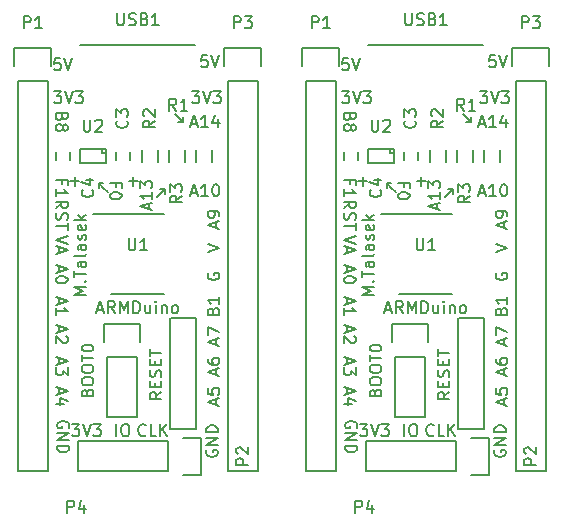
<source format=gto>
G04 #@! TF.FileFunction,Legend,Top*
%FSLAX46Y46*%
G04 Gerber Fmt 4.6, Leading zero omitted, Abs format (unit mm)*
G04 Created by KiCad (PCBNEW 4.0.2+dfsg1-stable) date So 12. marec 2016, 22:26:04 CET*
%MOMM*%
G01*
G04 APERTURE LIST*
%ADD10C,0.100000*%
%ADD11C,0.150000*%
%ADD12C,0.200000*%
G04 APERTURE END LIST*
D10*
D11*
X136707571Y-129849333D02*
X136755190Y-129706476D01*
X136802810Y-129658857D01*
X136898048Y-129611238D01*
X137040905Y-129611238D01*
X137136143Y-129658857D01*
X137183762Y-129706476D01*
X137231381Y-129801714D01*
X137231381Y-130182667D01*
X136231381Y-130182667D01*
X136231381Y-129849333D01*
X136279000Y-129754095D01*
X136326619Y-129706476D01*
X136421857Y-129658857D01*
X136517095Y-129658857D01*
X136612333Y-129706476D01*
X136659952Y-129754095D01*
X136707571Y-129849333D01*
X136707571Y-130182667D01*
X136231381Y-128992191D02*
X136231381Y-128801714D01*
X136279000Y-128706476D01*
X136374238Y-128611238D01*
X136564714Y-128563619D01*
X136898048Y-128563619D01*
X137088524Y-128611238D01*
X137183762Y-128706476D01*
X137231381Y-128801714D01*
X137231381Y-128992191D01*
X137183762Y-129087429D01*
X137088524Y-129182667D01*
X136898048Y-129230286D01*
X136564714Y-129230286D01*
X136374238Y-129182667D01*
X136279000Y-129087429D01*
X136231381Y-128992191D01*
X136231381Y-127944572D02*
X136231381Y-127754095D01*
X136279000Y-127658857D01*
X136374238Y-127563619D01*
X136564714Y-127516000D01*
X136898048Y-127516000D01*
X137088524Y-127563619D01*
X137183762Y-127658857D01*
X137231381Y-127754095D01*
X137231381Y-127944572D01*
X137183762Y-128039810D01*
X137088524Y-128135048D01*
X136898048Y-128182667D01*
X136564714Y-128182667D01*
X136374238Y-128135048D01*
X136279000Y-128039810D01*
X136231381Y-127944572D01*
X136231381Y-127230286D02*
X136231381Y-126658857D01*
X137231381Y-126944572D02*
X136231381Y-126944572D01*
X136231381Y-126135048D02*
X136231381Y-126039809D01*
X136279000Y-125944571D01*
X136326619Y-125896952D01*
X136421857Y-125849333D01*
X136612333Y-125801714D01*
X136850429Y-125801714D01*
X137040905Y-125849333D01*
X137136143Y-125896952D01*
X137183762Y-125944571D01*
X137231381Y-126039809D01*
X137231381Y-126135048D01*
X137183762Y-126230286D01*
X137136143Y-126277905D01*
X137040905Y-126325524D01*
X136850429Y-126373143D01*
X136612333Y-126373143D01*
X136421857Y-126325524D01*
X136326619Y-126277905D01*
X136279000Y-126230286D01*
X136231381Y-126135048D01*
D12*
X143256000Y-112649000D02*
X143256000Y-113030000D01*
X142875000Y-112649000D02*
X143256000Y-112649000D01*
X143256000Y-112649000D02*
X142875000Y-112649000D01*
X142621000Y-113284000D02*
X143256000Y-112649000D01*
D11*
X141898667Y-114347476D02*
X141898667Y-113871285D01*
X142184381Y-114442714D02*
X141184381Y-114109381D01*
X142184381Y-113776047D01*
X142184381Y-112918904D02*
X142184381Y-113490333D01*
X142184381Y-113204619D02*
X141184381Y-113204619D01*
X141327238Y-113299857D01*
X141422476Y-113395095D01*
X141470095Y-113490333D01*
X141184381Y-112585571D02*
X141184381Y-111966523D01*
X141565333Y-112299857D01*
X141565333Y-112156999D01*
X141612952Y-112061761D01*
X141660571Y-112014142D01*
X141755810Y-111966523D01*
X141993905Y-111966523D01*
X142089143Y-112014142D01*
X142136762Y-112061761D01*
X142184381Y-112156999D01*
X142184381Y-112442714D01*
X142136762Y-112537952D01*
X142089143Y-112585571D01*
D12*
X138049000Y-112522000D02*
X138430000Y-112903000D01*
X137668000Y-112141000D02*
X137668000Y-112522000D01*
X138049000Y-112141000D02*
X137668000Y-112141000D01*
X137668000Y-112141000D02*
X138049000Y-112141000D01*
X138049000Y-112522000D02*
X137668000Y-112141000D01*
D11*
X139136429Y-112442667D02*
X139136429Y-112109333D01*
X138612619Y-112109333D02*
X139612619Y-112109333D01*
X139612619Y-112585524D01*
X139612619Y-113156952D02*
X139612619Y-113252191D01*
X139565000Y-113347429D01*
X139517381Y-113395048D01*
X139422143Y-113442667D01*
X139231667Y-113490286D01*
X138993571Y-113490286D01*
X138803095Y-113442667D01*
X138707857Y-113395048D01*
X138660238Y-113347429D01*
X138612619Y-113252191D01*
X138612619Y-113156952D01*
X138660238Y-113061714D01*
X138707857Y-113014095D01*
X138803095Y-112966476D01*
X138993571Y-112918857D01*
X139231667Y-112918857D01*
X139422143Y-112966476D01*
X139517381Y-113014095D01*
X139565000Y-113061714D01*
X139612619Y-113156952D01*
X136596381Y-121594143D02*
X135596381Y-121594143D01*
X136310667Y-121260809D01*
X135596381Y-120927476D01*
X136596381Y-120927476D01*
X136501143Y-120451286D02*
X136548762Y-120403667D01*
X136596381Y-120451286D01*
X136548762Y-120498905D01*
X136501143Y-120451286D01*
X136596381Y-120451286D01*
X135596381Y-120117953D02*
X135596381Y-119546524D01*
X136596381Y-119832239D02*
X135596381Y-119832239D01*
X136596381Y-118784619D02*
X136072571Y-118784619D01*
X135977333Y-118832238D01*
X135929714Y-118927476D01*
X135929714Y-119117953D01*
X135977333Y-119213191D01*
X136548762Y-118784619D02*
X136596381Y-118879857D01*
X136596381Y-119117953D01*
X136548762Y-119213191D01*
X136453524Y-119260810D01*
X136358286Y-119260810D01*
X136263048Y-119213191D01*
X136215429Y-119117953D01*
X136215429Y-118879857D01*
X136167810Y-118784619D01*
X136596381Y-118165572D02*
X136548762Y-118260810D01*
X136453524Y-118308429D01*
X135596381Y-118308429D01*
X136596381Y-117356047D02*
X136072571Y-117356047D01*
X135977333Y-117403666D01*
X135929714Y-117498904D01*
X135929714Y-117689381D01*
X135977333Y-117784619D01*
X136548762Y-117356047D02*
X136596381Y-117451285D01*
X136596381Y-117689381D01*
X136548762Y-117784619D01*
X136453524Y-117832238D01*
X136358286Y-117832238D01*
X136263048Y-117784619D01*
X136215429Y-117689381D01*
X136215429Y-117451285D01*
X136167810Y-117356047D01*
X136548762Y-116927476D02*
X136596381Y-116832238D01*
X136596381Y-116641762D01*
X136548762Y-116546523D01*
X136453524Y-116498904D01*
X136405905Y-116498904D01*
X136310667Y-116546523D01*
X136263048Y-116641762D01*
X136263048Y-116784619D01*
X136215429Y-116879857D01*
X136120190Y-116927476D01*
X136072571Y-116927476D01*
X135977333Y-116879857D01*
X135929714Y-116784619D01*
X135929714Y-116641762D01*
X135977333Y-116546523D01*
X136548762Y-115689380D02*
X136596381Y-115784618D01*
X136596381Y-115975095D01*
X136548762Y-116070333D01*
X136453524Y-116117952D01*
X136072571Y-116117952D01*
X135977333Y-116070333D01*
X135929714Y-115975095D01*
X135929714Y-115784618D01*
X135977333Y-115689380D01*
X136072571Y-115641761D01*
X136167810Y-115641761D01*
X136263048Y-116117952D01*
X136596381Y-115213190D02*
X135596381Y-115213190D01*
X136215429Y-115117952D02*
X136596381Y-114832237D01*
X135929714Y-114832237D02*
X136310667Y-115213190D01*
X137565238Y-122848667D02*
X138041429Y-122848667D01*
X137470000Y-123134381D02*
X137803333Y-122134381D01*
X138136667Y-123134381D01*
X139041429Y-123134381D02*
X138708095Y-122658190D01*
X138470000Y-123134381D02*
X138470000Y-122134381D01*
X138850953Y-122134381D01*
X138946191Y-122182000D01*
X138993810Y-122229619D01*
X139041429Y-122324857D01*
X139041429Y-122467714D01*
X138993810Y-122562952D01*
X138946191Y-122610571D01*
X138850953Y-122658190D01*
X138470000Y-122658190D01*
X139470000Y-123134381D02*
X139470000Y-122134381D01*
X139803334Y-122848667D01*
X140136667Y-122134381D01*
X140136667Y-123134381D01*
X140612857Y-123134381D02*
X140612857Y-122134381D01*
X140850952Y-122134381D01*
X140993810Y-122182000D01*
X141089048Y-122277238D01*
X141136667Y-122372476D01*
X141184286Y-122562952D01*
X141184286Y-122705810D01*
X141136667Y-122896286D01*
X141089048Y-122991524D01*
X140993810Y-123086762D01*
X140850952Y-123134381D01*
X140612857Y-123134381D01*
X142041429Y-122467714D02*
X142041429Y-123134381D01*
X141612857Y-122467714D02*
X141612857Y-122991524D01*
X141660476Y-123086762D01*
X141755714Y-123134381D01*
X141898572Y-123134381D01*
X141993810Y-123086762D01*
X142041429Y-123039143D01*
X142517619Y-123134381D02*
X142517619Y-122467714D01*
X142517619Y-122134381D02*
X142470000Y-122182000D01*
X142517619Y-122229619D01*
X142565238Y-122182000D01*
X142517619Y-122134381D01*
X142517619Y-122229619D01*
X142993809Y-122467714D02*
X142993809Y-123134381D01*
X142993809Y-122562952D02*
X143041428Y-122515333D01*
X143136666Y-122467714D01*
X143279524Y-122467714D01*
X143374762Y-122515333D01*
X143422381Y-122610571D01*
X143422381Y-123134381D01*
X144041428Y-123134381D02*
X143946190Y-123086762D01*
X143898571Y-123039143D01*
X143850952Y-122943905D01*
X143850952Y-122658190D01*
X143898571Y-122562952D01*
X143946190Y-122515333D01*
X144041428Y-122467714D01*
X144184286Y-122467714D01*
X144279524Y-122515333D01*
X144327143Y-122562952D01*
X144374762Y-122658190D01*
X144374762Y-122943905D01*
X144327143Y-123039143D01*
X144279524Y-123086762D01*
X144184286Y-123134381D01*
X144041428Y-123134381D01*
D12*
X144780000Y-106934000D02*
X144399000Y-106934000D01*
X144780000Y-106553000D02*
X144780000Y-106934000D01*
X144780000Y-106934000D02*
X144780000Y-106553000D01*
X144145000Y-106299000D02*
X144780000Y-106934000D01*
D11*
X145494524Y-107100667D02*
X145970715Y-107100667D01*
X145399286Y-107386381D02*
X145732619Y-106386381D01*
X146065953Y-107386381D01*
X146923096Y-107386381D02*
X146351667Y-107386381D01*
X146637381Y-107386381D02*
X146637381Y-106386381D01*
X146542143Y-106529238D01*
X146446905Y-106624476D01*
X146351667Y-106672095D01*
X147780239Y-106719714D02*
X147780239Y-107386381D01*
X147542143Y-106338762D02*
X147304048Y-107053048D01*
X147923096Y-107053048D01*
X145494524Y-112942667D02*
X145970715Y-112942667D01*
X145399286Y-113228381D02*
X145732619Y-112228381D01*
X146065953Y-113228381D01*
X146923096Y-113228381D02*
X146351667Y-113228381D01*
X146637381Y-113228381D02*
X146637381Y-112228381D01*
X146542143Y-112371238D01*
X146446905Y-112466476D01*
X146351667Y-112514095D01*
X147542143Y-112228381D02*
X147637382Y-112228381D01*
X147732620Y-112276000D01*
X147780239Y-112323619D01*
X147827858Y-112418857D01*
X147875477Y-112609333D01*
X147875477Y-112847429D01*
X147827858Y-113037905D01*
X147780239Y-113133143D01*
X147732620Y-113180762D01*
X147637382Y-113228381D01*
X147542143Y-113228381D01*
X147446905Y-113180762D01*
X147399286Y-113133143D01*
X147351667Y-113037905D01*
X147304048Y-112847429D01*
X147304048Y-112609333D01*
X147351667Y-112418857D01*
X147399286Y-112323619D01*
X147446905Y-112276000D01*
X147542143Y-112228381D01*
X147613667Y-115903286D02*
X147613667Y-115427095D01*
X147899381Y-115998524D02*
X146899381Y-115665191D01*
X147899381Y-115331857D01*
X147899381Y-114950905D02*
X147899381Y-114760429D01*
X147851762Y-114665190D01*
X147804143Y-114617571D01*
X147661286Y-114522333D01*
X147470810Y-114474714D01*
X147089857Y-114474714D01*
X146994619Y-114522333D01*
X146947000Y-114569952D01*
X146899381Y-114665190D01*
X146899381Y-114855667D01*
X146947000Y-114950905D01*
X146994619Y-114998524D01*
X147089857Y-115046143D01*
X147327952Y-115046143D01*
X147423190Y-114998524D01*
X147470810Y-114950905D01*
X147518429Y-114855667D01*
X147518429Y-114665190D01*
X147470810Y-114569952D01*
X147423190Y-114522333D01*
X147327952Y-114474714D01*
X134564429Y-106529239D02*
X134516810Y-106672096D01*
X134469190Y-106719715D01*
X134373952Y-106767334D01*
X134231095Y-106767334D01*
X134135857Y-106719715D01*
X134088238Y-106672096D01*
X134040619Y-106576858D01*
X134040619Y-106195905D01*
X135040619Y-106195905D01*
X135040619Y-106529239D01*
X134993000Y-106624477D01*
X134945381Y-106672096D01*
X134850143Y-106719715D01*
X134754905Y-106719715D01*
X134659667Y-106672096D01*
X134612048Y-106624477D01*
X134564429Y-106529239D01*
X134564429Y-106195905D01*
X134612048Y-107338762D02*
X134659667Y-107243524D01*
X134707286Y-107195905D01*
X134802524Y-107148286D01*
X134850143Y-107148286D01*
X134945381Y-107195905D01*
X134993000Y-107243524D01*
X135040619Y-107338762D01*
X135040619Y-107529239D01*
X134993000Y-107624477D01*
X134945381Y-107672096D01*
X134850143Y-107719715D01*
X134802524Y-107719715D01*
X134707286Y-107672096D01*
X134659667Y-107624477D01*
X134612048Y-107529239D01*
X134612048Y-107338762D01*
X134564429Y-107243524D01*
X134516810Y-107195905D01*
X134421571Y-107148286D01*
X134231095Y-107148286D01*
X134135857Y-107195905D01*
X134088238Y-107243524D01*
X134040619Y-107338762D01*
X134040619Y-107529239D01*
X134088238Y-107624477D01*
X134135857Y-107672096D01*
X134231095Y-107719715D01*
X134421571Y-107719715D01*
X134516810Y-107672096D01*
X134564429Y-107624477D01*
X134612048Y-107529239D01*
X146899381Y-117935333D02*
X147899381Y-117602000D01*
X146899381Y-117268666D01*
X146947000Y-119753095D02*
X146899381Y-119848333D01*
X146899381Y-119991190D01*
X146947000Y-120134048D01*
X147042238Y-120229286D01*
X147137476Y-120276905D01*
X147327952Y-120324524D01*
X147470810Y-120324524D01*
X147661286Y-120276905D01*
X147756524Y-120229286D01*
X147851762Y-120134048D01*
X147899381Y-119991190D01*
X147899381Y-119895952D01*
X147851762Y-119753095D01*
X147804143Y-119705476D01*
X147470810Y-119705476D01*
X147470810Y-119895952D01*
X135040619Y-116586095D02*
X134040619Y-116919428D01*
X135040619Y-117252762D01*
X134326333Y-117538476D02*
X134326333Y-118014667D01*
X134040619Y-117443238D02*
X135040619Y-117776571D01*
X134040619Y-118109905D01*
X147375571Y-122959761D02*
X147423190Y-122816904D01*
X147470810Y-122769285D01*
X147566048Y-122721666D01*
X147708905Y-122721666D01*
X147804143Y-122769285D01*
X147851762Y-122816904D01*
X147899381Y-122912142D01*
X147899381Y-123293095D01*
X146899381Y-123293095D01*
X146899381Y-122959761D01*
X146947000Y-122864523D01*
X146994619Y-122816904D01*
X147089857Y-122769285D01*
X147185095Y-122769285D01*
X147280333Y-122816904D01*
X147327952Y-122864523D01*
X147375571Y-122959761D01*
X147375571Y-123293095D01*
X147899381Y-121769285D02*
X147899381Y-122340714D01*
X147899381Y-122055000D02*
X146899381Y-122055000D01*
X147042238Y-122150238D01*
X147137476Y-122245476D01*
X147185095Y-122340714D01*
X147613667Y-125809286D02*
X147613667Y-125333095D01*
X147899381Y-125904524D02*
X146899381Y-125571191D01*
X147899381Y-125237857D01*
X146899381Y-124999762D02*
X146899381Y-124333095D01*
X147899381Y-124761667D01*
X147613667Y-128349286D02*
X147613667Y-127873095D01*
X147899381Y-128444524D02*
X146899381Y-128111191D01*
X147899381Y-127777857D01*
X146899381Y-127015952D02*
X146899381Y-127206429D01*
X146947000Y-127301667D01*
X146994619Y-127349286D01*
X147137476Y-127444524D01*
X147327952Y-127492143D01*
X147708905Y-127492143D01*
X147804143Y-127444524D01*
X147851762Y-127396905D01*
X147899381Y-127301667D01*
X147899381Y-127111190D01*
X147851762Y-127015952D01*
X147804143Y-126968333D01*
X147708905Y-126920714D01*
X147470810Y-126920714D01*
X147375571Y-126968333D01*
X147327952Y-127015952D01*
X147280333Y-127111190D01*
X147280333Y-127301667D01*
X147327952Y-127396905D01*
X147375571Y-127444524D01*
X147470810Y-127492143D01*
X147613667Y-130889286D02*
X147613667Y-130413095D01*
X147899381Y-130984524D02*
X146899381Y-130651191D01*
X147899381Y-130317857D01*
X146899381Y-129508333D02*
X146899381Y-129984524D01*
X147375571Y-130032143D01*
X147327952Y-129984524D01*
X147280333Y-129889286D01*
X147280333Y-129651190D01*
X147327952Y-129555952D01*
X147375571Y-129508333D01*
X147470810Y-129460714D01*
X147708905Y-129460714D01*
X147804143Y-129508333D01*
X147851762Y-129555952D01*
X147899381Y-129651190D01*
X147899381Y-129889286D01*
X147851762Y-129984524D01*
X147804143Y-130032143D01*
X134326333Y-129460714D02*
X134326333Y-129936905D01*
X134040619Y-129365476D02*
X135040619Y-129698809D01*
X134040619Y-130032143D01*
X134707286Y-130794048D02*
X134040619Y-130794048D01*
X135088238Y-130555952D02*
X134373952Y-130317857D01*
X134373952Y-130936905D01*
X134326333Y-124253714D02*
X134326333Y-124729905D01*
X134040619Y-124158476D02*
X135040619Y-124491809D01*
X134040619Y-124825143D01*
X134945381Y-125110857D02*
X134993000Y-125158476D01*
X135040619Y-125253714D01*
X135040619Y-125491810D01*
X134993000Y-125587048D01*
X134945381Y-125634667D01*
X134850143Y-125682286D01*
X134754905Y-125682286D01*
X134612048Y-125634667D01*
X134040619Y-125063238D01*
X134040619Y-125682286D01*
X134326333Y-126920714D02*
X134326333Y-127396905D01*
X134040619Y-126825476D02*
X135040619Y-127158809D01*
X134040619Y-127492143D01*
X135040619Y-127730238D02*
X135040619Y-128349286D01*
X134659667Y-128015952D01*
X134659667Y-128158810D01*
X134612048Y-128254048D01*
X134564429Y-128301667D01*
X134469190Y-128349286D01*
X134231095Y-128349286D01*
X134135857Y-128301667D01*
X134088238Y-128254048D01*
X134040619Y-128158810D01*
X134040619Y-127873095D01*
X134088238Y-127777857D01*
X134135857Y-127730238D01*
X134326333Y-121840714D02*
X134326333Y-122316905D01*
X134040619Y-121745476D02*
X135040619Y-122078809D01*
X134040619Y-122412143D01*
X134040619Y-123269286D02*
X134040619Y-122697857D01*
X134040619Y-122983571D02*
X135040619Y-122983571D01*
X134897762Y-122888333D01*
X134802524Y-122793095D01*
X134754905Y-122697857D01*
X134326333Y-119173714D02*
X134326333Y-119649905D01*
X134040619Y-119078476D02*
X135040619Y-119411809D01*
X134040619Y-119745143D01*
X135040619Y-120268952D02*
X135040619Y-120364191D01*
X134993000Y-120459429D01*
X134945381Y-120507048D01*
X134850143Y-120554667D01*
X134659667Y-120602286D01*
X134421571Y-120602286D01*
X134231095Y-120554667D01*
X134135857Y-120507048D01*
X134088238Y-120459429D01*
X134040619Y-120364191D01*
X134040619Y-120268952D01*
X134088238Y-120173714D01*
X134135857Y-120126095D01*
X134231095Y-120078476D01*
X134421571Y-120030857D01*
X134659667Y-120030857D01*
X134850143Y-120078476D01*
X134945381Y-120126095D01*
X134993000Y-120173714D01*
X135040619Y-120268952D01*
X134040619Y-114260381D02*
X134516810Y-113927047D01*
X134040619Y-113688952D02*
X135040619Y-113688952D01*
X135040619Y-114069905D01*
X134993000Y-114165143D01*
X134945381Y-114212762D01*
X134850143Y-114260381D01*
X134707286Y-114260381D01*
X134612048Y-114212762D01*
X134564429Y-114165143D01*
X134516810Y-114069905D01*
X134516810Y-113688952D01*
X134088238Y-114641333D02*
X134040619Y-114784190D01*
X134040619Y-115022286D01*
X134088238Y-115117524D01*
X134135857Y-115165143D01*
X134231095Y-115212762D01*
X134326333Y-115212762D01*
X134421571Y-115165143D01*
X134469190Y-115117524D01*
X134516810Y-115022286D01*
X134564429Y-114831809D01*
X134612048Y-114736571D01*
X134659667Y-114688952D01*
X134754905Y-114641333D01*
X134850143Y-114641333D01*
X134945381Y-114688952D01*
X134993000Y-114736571D01*
X135040619Y-114831809D01*
X135040619Y-115069905D01*
X134993000Y-115212762D01*
X135040619Y-115498476D02*
X135040619Y-116069905D01*
X134040619Y-115784190D02*
X135040619Y-115784190D01*
X134564429Y-112188667D02*
X134564429Y-111855333D01*
X134040619Y-111855333D02*
X135040619Y-111855333D01*
X135040619Y-112331524D01*
X134040619Y-113236286D02*
X134040619Y-112664857D01*
X134040619Y-112950571D02*
X135040619Y-112950571D01*
X134897762Y-112855333D01*
X134802524Y-112760095D01*
X134754905Y-112664857D01*
X135120000Y-132842096D02*
X135167619Y-132746858D01*
X135167619Y-132604001D01*
X135120000Y-132461143D01*
X135024762Y-132365905D01*
X134929524Y-132318286D01*
X134739048Y-132270667D01*
X134596190Y-132270667D01*
X134405714Y-132318286D01*
X134310476Y-132365905D01*
X134215238Y-132461143D01*
X134167619Y-132604001D01*
X134167619Y-132699239D01*
X134215238Y-132842096D01*
X134262857Y-132889715D01*
X134596190Y-132889715D01*
X134596190Y-132699239D01*
X134167619Y-133318286D02*
X135167619Y-133318286D01*
X134167619Y-133889715D01*
X135167619Y-133889715D01*
X134167619Y-134365905D02*
X135167619Y-134365905D01*
X135167619Y-134604000D01*
X135120000Y-134746858D01*
X135024762Y-134842096D01*
X134929524Y-134889715D01*
X134739048Y-134937334D01*
X134596190Y-134937334D01*
X134405714Y-134889715D01*
X134310476Y-134842096D01*
X134215238Y-134746858D01*
X134167619Y-134604000D01*
X134167619Y-134365905D01*
X145573905Y-104354381D02*
X146192953Y-104354381D01*
X145859619Y-104735333D01*
X146002477Y-104735333D01*
X146097715Y-104782952D01*
X146145334Y-104830571D01*
X146192953Y-104925810D01*
X146192953Y-105163905D01*
X146145334Y-105259143D01*
X146097715Y-105306762D01*
X146002477Y-105354381D01*
X145716762Y-105354381D01*
X145621524Y-105306762D01*
X145573905Y-105259143D01*
X146478667Y-104354381D02*
X146812000Y-105354381D01*
X147145334Y-104354381D01*
X147383429Y-104354381D02*
X148002477Y-104354381D01*
X147669143Y-104735333D01*
X147812001Y-104735333D01*
X147907239Y-104782952D01*
X147954858Y-104830571D01*
X148002477Y-104925810D01*
X148002477Y-105163905D01*
X147954858Y-105259143D01*
X147907239Y-105306762D01*
X147812001Y-105354381D01*
X147526286Y-105354381D01*
X147431048Y-105306762D01*
X147383429Y-105259143D01*
X133889905Y-104354381D02*
X134508953Y-104354381D01*
X134175619Y-104735333D01*
X134318477Y-104735333D01*
X134413715Y-104782952D01*
X134461334Y-104830571D01*
X134508953Y-104925810D01*
X134508953Y-105163905D01*
X134461334Y-105259143D01*
X134413715Y-105306762D01*
X134318477Y-105354381D01*
X134032762Y-105354381D01*
X133937524Y-105306762D01*
X133889905Y-105259143D01*
X134794667Y-104354381D02*
X135128000Y-105354381D01*
X135461334Y-104354381D01*
X135699429Y-104354381D02*
X136318477Y-104354381D01*
X135985143Y-104735333D01*
X136128001Y-104735333D01*
X136223239Y-104782952D01*
X136270858Y-104830571D01*
X136318477Y-104925810D01*
X136318477Y-105163905D01*
X136270858Y-105259143D01*
X136223239Y-105306762D01*
X136128001Y-105354381D01*
X135842286Y-105354381D01*
X135747048Y-105306762D01*
X135699429Y-105259143D01*
X146875524Y-101306381D02*
X146399333Y-101306381D01*
X146351714Y-101782571D01*
X146399333Y-101734952D01*
X146494571Y-101687333D01*
X146732667Y-101687333D01*
X146827905Y-101734952D01*
X146875524Y-101782571D01*
X146923143Y-101877810D01*
X146923143Y-102115905D01*
X146875524Y-102211143D01*
X146827905Y-102258762D01*
X146732667Y-102306381D01*
X146494571Y-102306381D01*
X146399333Y-102258762D01*
X146351714Y-102211143D01*
X147208857Y-101306381D02*
X147542190Y-102306381D01*
X147875524Y-101306381D01*
X134429524Y-101560381D02*
X133953333Y-101560381D01*
X133905714Y-102036571D01*
X133953333Y-101988952D01*
X134048571Y-101941333D01*
X134286667Y-101941333D01*
X134381905Y-101988952D01*
X134429524Y-102036571D01*
X134477143Y-102131810D01*
X134477143Y-102369905D01*
X134429524Y-102465143D01*
X134381905Y-102512762D01*
X134286667Y-102560381D01*
X134048571Y-102560381D01*
X133953333Y-102512762D01*
X133905714Y-102465143D01*
X134762857Y-101560381D02*
X135096190Y-102560381D01*
X135429524Y-101560381D01*
X139176191Y-133548381D02*
X139176191Y-132548381D01*
X139842857Y-132548381D02*
X140033334Y-132548381D01*
X140128572Y-132596000D01*
X140223810Y-132691238D01*
X140271429Y-132881714D01*
X140271429Y-133215048D01*
X140223810Y-133405524D01*
X140128572Y-133500762D01*
X140033334Y-133548381D01*
X139842857Y-133548381D01*
X139747619Y-133500762D01*
X139652381Y-133405524D01*
X139604762Y-133215048D01*
X139604762Y-132881714D01*
X139652381Y-132691238D01*
X139747619Y-132596000D01*
X139842857Y-132548381D01*
X141644762Y-133453143D02*
X141597143Y-133500762D01*
X141454286Y-133548381D01*
X141359048Y-133548381D01*
X141216190Y-133500762D01*
X141120952Y-133405524D01*
X141073333Y-133310286D01*
X141025714Y-133119810D01*
X141025714Y-132976952D01*
X141073333Y-132786476D01*
X141120952Y-132691238D01*
X141216190Y-132596000D01*
X141359048Y-132548381D01*
X141454286Y-132548381D01*
X141597143Y-132596000D01*
X141644762Y-132643619D01*
X142549524Y-133548381D02*
X142073333Y-133548381D01*
X142073333Y-132548381D01*
X142882857Y-133548381D02*
X142882857Y-132548381D01*
X143454286Y-133548381D02*
X143025714Y-132976952D01*
X143454286Y-132548381D02*
X142882857Y-133119810D01*
X135413905Y-132548381D02*
X136032953Y-132548381D01*
X135699619Y-132929333D01*
X135842477Y-132929333D01*
X135937715Y-132976952D01*
X135985334Y-133024571D01*
X136032953Y-133119810D01*
X136032953Y-133357905D01*
X135985334Y-133453143D01*
X135937715Y-133500762D01*
X135842477Y-133548381D01*
X135556762Y-133548381D01*
X135461524Y-133500762D01*
X135413905Y-133453143D01*
X136318667Y-132548381D02*
X136652000Y-133548381D01*
X136985334Y-132548381D01*
X137223429Y-132548381D02*
X137842477Y-132548381D01*
X137509143Y-132929333D01*
X137652001Y-132929333D01*
X137747239Y-132976952D01*
X137794858Y-133024571D01*
X137842477Y-133119810D01*
X137842477Y-133357905D01*
X137794858Y-133453143D01*
X137747239Y-133500762D01*
X137652001Y-133548381D01*
X137366286Y-133548381D01*
X137271048Y-133500762D01*
X137223429Y-133453143D01*
X146820000Y-134746904D02*
X146772381Y-134842142D01*
X146772381Y-134984999D01*
X146820000Y-135127857D01*
X146915238Y-135223095D01*
X147010476Y-135270714D01*
X147200952Y-135318333D01*
X147343810Y-135318333D01*
X147534286Y-135270714D01*
X147629524Y-135223095D01*
X147724762Y-135127857D01*
X147772381Y-134984999D01*
X147772381Y-134889761D01*
X147724762Y-134746904D01*
X147677143Y-134699285D01*
X147343810Y-134699285D01*
X147343810Y-134889761D01*
X147772381Y-134270714D02*
X146772381Y-134270714D01*
X147772381Y-133699285D01*
X146772381Y-133699285D01*
X147772381Y-133223095D02*
X146772381Y-133223095D01*
X146772381Y-132985000D01*
X146820000Y-132842142D01*
X146915238Y-132746904D01*
X147010476Y-132699285D01*
X147200952Y-132651666D01*
X147343810Y-132651666D01*
X147534286Y-132699285D01*
X147629524Y-132746904D01*
X147724762Y-132842142D01*
X147772381Y-132985000D01*
X147772381Y-133223095D01*
X140208048Y-111958429D02*
X140969953Y-111958429D01*
X140589001Y-112339381D02*
X140589001Y-111577476D01*
X135255048Y-111958429D02*
X136016953Y-111958429D01*
X135636001Y-112339381D02*
X135636001Y-111577476D01*
X136707571Y-129849333D02*
X136755190Y-129706476D01*
X136802810Y-129658857D01*
X136898048Y-129611238D01*
X137040905Y-129611238D01*
X137136143Y-129658857D01*
X137183762Y-129706476D01*
X137231381Y-129801714D01*
X137231381Y-130182667D01*
X136231381Y-130182667D01*
X136231381Y-129849333D01*
X136279000Y-129754095D01*
X136326619Y-129706476D01*
X136421857Y-129658857D01*
X136517095Y-129658857D01*
X136612333Y-129706476D01*
X136659952Y-129754095D01*
X136707571Y-129849333D01*
X136707571Y-130182667D01*
X136231381Y-128992191D02*
X136231381Y-128801714D01*
X136279000Y-128706476D01*
X136374238Y-128611238D01*
X136564714Y-128563619D01*
X136898048Y-128563619D01*
X137088524Y-128611238D01*
X137183762Y-128706476D01*
X137231381Y-128801714D01*
X137231381Y-128992191D01*
X137183762Y-129087429D01*
X137088524Y-129182667D01*
X136898048Y-129230286D01*
X136564714Y-129230286D01*
X136374238Y-129182667D01*
X136279000Y-129087429D01*
X136231381Y-128992191D01*
X136231381Y-127944572D02*
X136231381Y-127754095D01*
X136279000Y-127658857D01*
X136374238Y-127563619D01*
X136564714Y-127516000D01*
X136898048Y-127516000D01*
X137088524Y-127563619D01*
X137183762Y-127658857D01*
X137231381Y-127754095D01*
X137231381Y-127944572D01*
X137183762Y-128039810D01*
X137088524Y-128135048D01*
X136898048Y-128182667D01*
X136564714Y-128182667D01*
X136374238Y-128135048D01*
X136279000Y-128039810D01*
X136231381Y-127944572D01*
X136231381Y-127230286D02*
X136231381Y-126658857D01*
X137231381Y-126944572D02*
X136231381Y-126944572D01*
X136231381Y-126135048D02*
X136231381Y-126039809D01*
X136279000Y-125944571D01*
X136326619Y-125896952D01*
X136421857Y-125849333D01*
X136612333Y-125801714D01*
X136850429Y-125801714D01*
X137040905Y-125849333D01*
X137136143Y-125896952D01*
X137183762Y-125944571D01*
X137231381Y-126039809D01*
X137231381Y-126135048D01*
X137183762Y-126230286D01*
X137136143Y-126277905D01*
X137040905Y-126325524D01*
X136850429Y-126373143D01*
X136612333Y-126373143D01*
X136421857Y-126325524D01*
X136326619Y-126277905D01*
X136279000Y-126230286D01*
X136231381Y-126135048D01*
D12*
X143256000Y-112649000D02*
X143256000Y-113030000D01*
X142875000Y-112649000D02*
X143256000Y-112649000D01*
X143256000Y-112649000D02*
X142875000Y-112649000D01*
X142621000Y-113284000D02*
X143256000Y-112649000D01*
D11*
X141898667Y-114347476D02*
X141898667Y-113871285D01*
X142184381Y-114442714D02*
X141184381Y-114109381D01*
X142184381Y-113776047D01*
X142184381Y-112918904D02*
X142184381Y-113490333D01*
X142184381Y-113204619D02*
X141184381Y-113204619D01*
X141327238Y-113299857D01*
X141422476Y-113395095D01*
X141470095Y-113490333D01*
X141184381Y-112585571D02*
X141184381Y-111966523D01*
X141565333Y-112299857D01*
X141565333Y-112156999D01*
X141612952Y-112061761D01*
X141660571Y-112014142D01*
X141755810Y-111966523D01*
X141993905Y-111966523D01*
X142089143Y-112014142D01*
X142136762Y-112061761D01*
X142184381Y-112156999D01*
X142184381Y-112442714D01*
X142136762Y-112537952D01*
X142089143Y-112585571D01*
D12*
X138049000Y-112522000D02*
X138430000Y-112903000D01*
X137668000Y-112141000D02*
X137668000Y-112522000D01*
X138049000Y-112141000D02*
X137668000Y-112141000D01*
X137668000Y-112141000D02*
X138049000Y-112141000D01*
X138049000Y-112522000D02*
X137668000Y-112141000D01*
D11*
X139136429Y-112442667D02*
X139136429Y-112109333D01*
X138612619Y-112109333D02*
X139612619Y-112109333D01*
X139612619Y-112585524D01*
X139612619Y-113156952D02*
X139612619Y-113252191D01*
X139565000Y-113347429D01*
X139517381Y-113395048D01*
X139422143Y-113442667D01*
X139231667Y-113490286D01*
X138993571Y-113490286D01*
X138803095Y-113442667D01*
X138707857Y-113395048D01*
X138660238Y-113347429D01*
X138612619Y-113252191D01*
X138612619Y-113156952D01*
X138660238Y-113061714D01*
X138707857Y-113014095D01*
X138803095Y-112966476D01*
X138993571Y-112918857D01*
X139231667Y-112918857D01*
X139422143Y-112966476D01*
X139517381Y-113014095D01*
X139565000Y-113061714D01*
X139612619Y-113156952D01*
X136596381Y-121594143D02*
X135596381Y-121594143D01*
X136310667Y-121260809D01*
X135596381Y-120927476D01*
X136596381Y-120927476D01*
X136501143Y-120451286D02*
X136548762Y-120403667D01*
X136596381Y-120451286D01*
X136548762Y-120498905D01*
X136501143Y-120451286D01*
X136596381Y-120451286D01*
X135596381Y-120117953D02*
X135596381Y-119546524D01*
X136596381Y-119832239D02*
X135596381Y-119832239D01*
X136596381Y-118784619D02*
X136072571Y-118784619D01*
X135977333Y-118832238D01*
X135929714Y-118927476D01*
X135929714Y-119117953D01*
X135977333Y-119213191D01*
X136548762Y-118784619D02*
X136596381Y-118879857D01*
X136596381Y-119117953D01*
X136548762Y-119213191D01*
X136453524Y-119260810D01*
X136358286Y-119260810D01*
X136263048Y-119213191D01*
X136215429Y-119117953D01*
X136215429Y-118879857D01*
X136167810Y-118784619D01*
X136596381Y-118165572D02*
X136548762Y-118260810D01*
X136453524Y-118308429D01*
X135596381Y-118308429D01*
X136596381Y-117356047D02*
X136072571Y-117356047D01*
X135977333Y-117403666D01*
X135929714Y-117498904D01*
X135929714Y-117689381D01*
X135977333Y-117784619D01*
X136548762Y-117356047D02*
X136596381Y-117451285D01*
X136596381Y-117689381D01*
X136548762Y-117784619D01*
X136453524Y-117832238D01*
X136358286Y-117832238D01*
X136263048Y-117784619D01*
X136215429Y-117689381D01*
X136215429Y-117451285D01*
X136167810Y-117356047D01*
X136548762Y-116927476D02*
X136596381Y-116832238D01*
X136596381Y-116641762D01*
X136548762Y-116546523D01*
X136453524Y-116498904D01*
X136405905Y-116498904D01*
X136310667Y-116546523D01*
X136263048Y-116641762D01*
X136263048Y-116784619D01*
X136215429Y-116879857D01*
X136120190Y-116927476D01*
X136072571Y-116927476D01*
X135977333Y-116879857D01*
X135929714Y-116784619D01*
X135929714Y-116641762D01*
X135977333Y-116546523D01*
X136548762Y-115689380D02*
X136596381Y-115784618D01*
X136596381Y-115975095D01*
X136548762Y-116070333D01*
X136453524Y-116117952D01*
X136072571Y-116117952D01*
X135977333Y-116070333D01*
X135929714Y-115975095D01*
X135929714Y-115784618D01*
X135977333Y-115689380D01*
X136072571Y-115641761D01*
X136167810Y-115641761D01*
X136263048Y-116117952D01*
X136596381Y-115213190D02*
X135596381Y-115213190D01*
X136215429Y-115117952D02*
X136596381Y-114832237D01*
X135929714Y-114832237D02*
X136310667Y-115213190D01*
X137565238Y-122848667D02*
X138041429Y-122848667D01*
X137470000Y-123134381D02*
X137803333Y-122134381D01*
X138136667Y-123134381D01*
X139041429Y-123134381D02*
X138708095Y-122658190D01*
X138470000Y-123134381D02*
X138470000Y-122134381D01*
X138850953Y-122134381D01*
X138946191Y-122182000D01*
X138993810Y-122229619D01*
X139041429Y-122324857D01*
X139041429Y-122467714D01*
X138993810Y-122562952D01*
X138946191Y-122610571D01*
X138850953Y-122658190D01*
X138470000Y-122658190D01*
X139470000Y-123134381D02*
X139470000Y-122134381D01*
X139803334Y-122848667D01*
X140136667Y-122134381D01*
X140136667Y-123134381D01*
X140612857Y-123134381D02*
X140612857Y-122134381D01*
X140850952Y-122134381D01*
X140993810Y-122182000D01*
X141089048Y-122277238D01*
X141136667Y-122372476D01*
X141184286Y-122562952D01*
X141184286Y-122705810D01*
X141136667Y-122896286D01*
X141089048Y-122991524D01*
X140993810Y-123086762D01*
X140850952Y-123134381D01*
X140612857Y-123134381D01*
X142041429Y-122467714D02*
X142041429Y-123134381D01*
X141612857Y-122467714D02*
X141612857Y-122991524D01*
X141660476Y-123086762D01*
X141755714Y-123134381D01*
X141898572Y-123134381D01*
X141993810Y-123086762D01*
X142041429Y-123039143D01*
X142517619Y-123134381D02*
X142517619Y-122467714D01*
X142517619Y-122134381D02*
X142470000Y-122182000D01*
X142517619Y-122229619D01*
X142565238Y-122182000D01*
X142517619Y-122134381D01*
X142517619Y-122229619D01*
X142993809Y-122467714D02*
X142993809Y-123134381D01*
X142993809Y-122562952D02*
X143041428Y-122515333D01*
X143136666Y-122467714D01*
X143279524Y-122467714D01*
X143374762Y-122515333D01*
X143422381Y-122610571D01*
X143422381Y-123134381D01*
X144041428Y-123134381D02*
X143946190Y-123086762D01*
X143898571Y-123039143D01*
X143850952Y-122943905D01*
X143850952Y-122658190D01*
X143898571Y-122562952D01*
X143946190Y-122515333D01*
X144041428Y-122467714D01*
X144184286Y-122467714D01*
X144279524Y-122515333D01*
X144327143Y-122562952D01*
X144374762Y-122658190D01*
X144374762Y-122943905D01*
X144327143Y-123039143D01*
X144279524Y-123086762D01*
X144184286Y-123134381D01*
X144041428Y-123134381D01*
D12*
X144780000Y-106934000D02*
X144399000Y-106934000D01*
X144780000Y-106553000D02*
X144780000Y-106934000D01*
X144780000Y-106934000D02*
X144780000Y-106553000D01*
X144145000Y-106299000D02*
X144780000Y-106934000D01*
D11*
X145494524Y-107100667D02*
X145970715Y-107100667D01*
X145399286Y-107386381D02*
X145732619Y-106386381D01*
X146065953Y-107386381D01*
X146923096Y-107386381D02*
X146351667Y-107386381D01*
X146637381Y-107386381D02*
X146637381Y-106386381D01*
X146542143Y-106529238D01*
X146446905Y-106624476D01*
X146351667Y-106672095D01*
X147780239Y-106719714D02*
X147780239Y-107386381D01*
X147542143Y-106338762D02*
X147304048Y-107053048D01*
X147923096Y-107053048D01*
X145494524Y-112942667D02*
X145970715Y-112942667D01*
X145399286Y-113228381D02*
X145732619Y-112228381D01*
X146065953Y-113228381D01*
X146923096Y-113228381D02*
X146351667Y-113228381D01*
X146637381Y-113228381D02*
X146637381Y-112228381D01*
X146542143Y-112371238D01*
X146446905Y-112466476D01*
X146351667Y-112514095D01*
X147542143Y-112228381D02*
X147637382Y-112228381D01*
X147732620Y-112276000D01*
X147780239Y-112323619D01*
X147827858Y-112418857D01*
X147875477Y-112609333D01*
X147875477Y-112847429D01*
X147827858Y-113037905D01*
X147780239Y-113133143D01*
X147732620Y-113180762D01*
X147637382Y-113228381D01*
X147542143Y-113228381D01*
X147446905Y-113180762D01*
X147399286Y-113133143D01*
X147351667Y-113037905D01*
X147304048Y-112847429D01*
X147304048Y-112609333D01*
X147351667Y-112418857D01*
X147399286Y-112323619D01*
X147446905Y-112276000D01*
X147542143Y-112228381D01*
X147613667Y-115903286D02*
X147613667Y-115427095D01*
X147899381Y-115998524D02*
X146899381Y-115665191D01*
X147899381Y-115331857D01*
X147899381Y-114950905D02*
X147899381Y-114760429D01*
X147851762Y-114665190D01*
X147804143Y-114617571D01*
X147661286Y-114522333D01*
X147470810Y-114474714D01*
X147089857Y-114474714D01*
X146994619Y-114522333D01*
X146947000Y-114569952D01*
X146899381Y-114665190D01*
X146899381Y-114855667D01*
X146947000Y-114950905D01*
X146994619Y-114998524D01*
X147089857Y-115046143D01*
X147327952Y-115046143D01*
X147423190Y-114998524D01*
X147470810Y-114950905D01*
X147518429Y-114855667D01*
X147518429Y-114665190D01*
X147470810Y-114569952D01*
X147423190Y-114522333D01*
X147327952Y-114474714D01*
X134564429Y-106529239D02*
X134516810Y-106672096D01*
X134469190Y-106719715D01*
X134373952Y-106767334D01*
X134231095Y-106767334D01*
X134135857Y-106719715D01*
X134088238Y-106672096D01*
X134040619Y-106576858D01*
X134040619Y-106195905D01*
X135040619Y-106195905D01*
X135040619Y-106529239D01*
X134993000Y-106624477D01*
X134945381Y-106672096D01*
X134850143Y-106719715D01*
X134754905Y-106719715D01*
X134659667Y-106672096D01*
X134612048Y-106624477D01*
X134564429Y-106529239D01*
X134564429Y-106195905D01*
X134612048Y-107338762D02*
X134659667Y-107243524D01*
X134707286Y-107195905D01*
X134802524Y-107148286D01*
X134850143Y-107148286D01*
X134945381Y-107195905D01*
X134993000Y-107243524D01*
X135040619Y-107338762D01*
X135040619Y-107529239D01*
X134993000Y-107624477D01*
X134945381Y-107672096D01*
X134850143Y-107719715D01*
X134802524Y-107719715D01*
X134707286Y-107672096D01*
X134659667Y-107624477D01*
X134612048Y-107529239D01*
X134612048Y-107338762D01*
X134564429Y-107243524D01*
X134516810Y-107195905D01*
X134421571Y-107148286D01*
X134231095Y-107148286D01*
X134135857Y-107195905D01*
X134088238Y-107243524D01*
X134040619Y-107338762D01*
X134040619Y-107529239D01*
X134088238Y-107624477D01*
X134135857Y-107672096D01*
X134231095Y-107719715D01*
X134421571Y-107719715D01*
X134516810Y-107672096D01*
X134564429Y-107624477D01*
X134612048Y-107529239D01*
X146899381Y-117935333D02*
X147899381Y-117602000D01*
X146899381Y-117268666D01*
X146947000Y-119753095D02*
X146899381Y-119848333D01*
X146899381Y-119991190D01*
X146947000Y-120134048D01*
X147042238Y-120229286D01*
X147137476Y-120276905D01*
X147327952Y-120324524D01*
X147470810Y-120324524D01*
X147661286Y-120276905D01*
X147756524Y-120229286D01*
X147851762Y-120134048D01*
X147899381Y-119991190D01*
X147899381Y-119895952D01*
X147851762Y-119753095D01*
X147804143Y-119705476D01*
X147470810Y-119705476D01*
X147470810Y-119895952D01*
X135040619Y-116586095D02*
X134040619Y-116919428D01*
X135040619Y-117252762D01*
X134326333Y-117538476D02*
X134326333Y-118014667D01*
X134040619Y-117443238D02*
X135040619Y-117776571D01*
X134040619Y-118109905D01*
X147375571Y-122959761D02*
X147423190Y-122816904D01*
X147470810Y-122769285D01*
X147566048Y-122721666D01*
X147708905Y-122721666D01*
X147804143Y-122769285D01*
X147851762Y-122816904D01*
X147899381Y-122912142D01*
X147899381Y-123293095D01*
X146899381Y-123293095D01*
X146899381Y-122959761D01*
X146947000Y-122864523D01*
X146994619Y-122816904D01*
X147089857Y-122769285D01*
X147185095Y-122769285D01*
X147280333Y-122816904D01*
X147327952Y-122864523D01*
X147375571Y-122959761D01*
X147375571Y-123293095D01*
X147899381Y-121769285D02*
X147899381Y-122340714D01*
X147899381Y-122055000D02*
X146899381Y-122055000D01*
X147042238Y-122150238D01*
X147137476Y-122245476D01*
X147185095Y-122340714D01*
X147613667Y-125809286D02*
X147613667Y-125333095D01*
X147899381Y-125904524D02*
X146899381Y-125571191D01*
X147899381Y-125237857D01*
X146899381Y-124999762D02*
X146899381Y-124333095D01*
X147899381Y-124761667D01*
X147613667Y-128349286D02*
X147613667Y-127873095D01*
X147899381Y-128444524D02*
X146899381Y-128111191D01*
X147899381Y-127777857D01*
X146899381Y-127015952D02*
X146899381Y-127206429D01*
X146947000Y-127301667D01*
X146994619Y-127349286D01*
X147137476Y-127444524D01*
X147327952Y-127492143D01*
X147708905Y-127492143D01*
X147804143Y-127444524D01*
X147851762Y-127396905D01*
X147899381Y-127301667D01*
X147899381Y-127111190D01*
X147851762Y-127015952D01*
X147804143Y-126968333D01*
X147708905Y-126920714D01*
X147470810Y-126920714D01*
X147375571Y-126968333D01*
X147327952Y-127015952D01*
X147280333Y-127111190D01*
X147280333Y-127301667D01*
X147327952Y-127396905D01*
X147375571Y-127444524D01*
X147470810Y-127492143D01*
X147613667Y-130889286D02*
X147613667Y-130413095D01*
X147899381Y-130984524D02*
X146899381Y-130651191D01*
X147899381Y-130317857D01*
X146899381Y-129508333D02*
X146899381Y-129984524D01*
X147375571Y-130032143D01*
X147327952Y-129984524D01*
X147280333Y-129889286D01*
X147280333Y-129651190D01*
X147327952Y-129555952D01*
X147375571Y-129508333D01*
X147470810Y-129460714D01*
X147708905Y-129460714D01*
X147804143Y-129508333D01*
X147851762Y-129555952D01*
X147899381Y-129651190D01*
X147899381Y-129889286D01*
X147851762Y-129984524D01*
X147804143Y-130032143D01*
X134326333Y-129460714D02*
X134326333Y-129936905D01*
X134040619Y-129365476D02*
X135040619Y-129698809D01*
X134040619Y-130032143D01*
X134707286Y-130794048D02*
X134040619Y-130794048D01*
X135088238Y-130555952D02*
X134373952Y-130317857D01*
X134373952Y-130936905D01*
X134326333Y-124253714D02*
X134326333Y-124729905D01*
X134040619Y-124158476D02*
X135040619Y-124491809D01*
X134040619Y-124825143D01*
X134945381Y-125110857D02*
X134993000Y-125158476D01*
X135040619Y-125253714D01*
X135040619Y-125491810D01*
X134993000Y-125587048D01*
X134945381Y-125634667D01*
X134850143Y-125682286D01*
X134754905Y-125682286D01*
X134612048Y-125634667D01*
X134040619Y-125063238D01*
X134040619Y-125682286D01*
X134326333Y-126920714D02*
X134326333Y-127396905D01*
X134040619Y-126825476D02*
X135040619Y-127158809D01*
X134040619Y-127492143D01*
X135040619Y-127730238D02*
X135040619Y-128349286D01*
X134659667Y-128015952D01*
X134659667Y-128158810D01*
X134612048Y-128254048D01*
X134564429Y-128301667D01*
X134469190Y-128349286D01*
X134231095Y-128349286D01*
X134135857Y-128301667D01*
X134088238Y-128254048D01*
X134040619Y-128158810D01*
X134040619Y-127873095D01*
X134088238Y-127777857D01*
X134135857Y-127730238D01*
X134326333Y-121840714D02*
X134326333Y-122316905D01*
X134040619Y-121745476D02*
X135040619Y-122078809D01*
X134040619Y-122412143D01*
X134040619Y-123269286D02*
X134040619Y-122697857D01*
X134040619Y-122983571D02*
X135040619Y-122983571D01*
X134897762Y-122888333D01*
X134802524Y-122793095D01*
X134754905Y-122697857D01*
X134326333Y-119173714D02*
X134326333Y-119649905D01*
X134040619Y-119078476D02*
X135040619Y-119411809D01*
X134040619Y-119745143D01*
X135040619Y-120268952D02*
X135040619Y-120364191D01*
X134993000Y-120459429D01*
X134945381Y-120507048D01*
X134850143Y-120554667D01*
X134659667Y-120602286D01*
X134421571Y-120602286D01*
X134231095Y-120554667D01*
X134135857Y-120507048D01*
X134088238Y-120459429D01*
X134040619Y-120364191D01*
X134040619Y-120268952D01*
X134088238Y-120173714D01*
X134135857Y-120126095D01*
X134231095Y-120078476D01*
X134421571Y-120030857D01*
X134659667Y-120030857D01*
X134850143Y-120078476D01*
X134945381Y-120126095D01*
X134993000Y-120173714D01*
X135040619Y-120268952D01*
X134040619Y-114260381D02*
X134516810Y-113927047D01*
X134040619Y-113688952D02*
X135040619Y-113688952D01*
X135040619Y-114069905D01*
X134993000Y-114165143D01*
X134945381Y-114212762D01*
X134850143Y-114260381D01*
X134707286Y-114260381D01*
X134612048Y-114212762D01*
X134564429Y-114165143D01*
X134516810Y-114069905D01*
X134516810Y-113688952D01*
X134088238Y-114641333D02*
X134040619Y-114784190D01*
X134040619Y-115022286D01*
X134088238Y-115117524D01*
X134135857Y-115165143D01*
X134231095Y-115212762D01*
X134326333Y-115212762D01*
X134421571Y-115165143D01*
X134469190Y-115117524D01*
X134516810Y-115022286D01*
X134564429Y-114831809D01*
X134612048Y-114736571D01*
X134659667Y-114688952D01*
X134754905Y-114641333D01*
X134850143Y-114641333D01*
X134945381Y-114688952D01*
X134993000Y-114736571D01*
X135040619Y-114831809D01*
X135040619Y-115069905D01*
X134993000Y-115212762D01*
X135040619Y-115498476D02*
X135040619Y-116069905D01*
X134040619Y-115784190D02*
X135040619Y-115784190D01*
X134564429Y-112188667D02*
X134564429Y-111855333D01*
X134040619Y-111855333D02*
X135040619Y-111855333D01*
X135040619Y-112331524D01*
X134040619Y-113236286D02*
X134040619Y-112664857D01*
X134040619Y-112950571D02*
X135040619Y-112950571D01*
X134897762Y-112855333D01*
X134802524Y-112760095D01*
X134754905Y-112664857D01*
X135120000Y-132842096D02*
X135167619Y-132746858D01*
X135167619Y-132604001D01*
X135120000Y-132461143D01*
X135024762Y-132365905D01*
X134929524Y-132318286D01*
X134739048Y-132270667D01*
X134596190Y-132270667D01*
X134405714Y-132318286D01*
X134310476Y-132365905D01*
X134215238Y-132461143D01*
X134167619Y-132604001D01*
X134167619Y-132699239D01*
X134215238Y-132842096D01*
X134262857Y-132889715D01*
X134596190Y-132889715D01*
X134596190Y-132699239D01*
X134167619Y-133318286D02*
X135167619Y-133318286D01*
X134167619Y-133889715D01*
X135167619Y-133889715D01*
X134167619Y-134365905D02*
X135167619Y-134365905D01*
X135167619Y-134604000D01*
X135120000Y-134746858D01*
X135024762Y-134842096D01*
X134929524Y-134889715D01*
X134739048Y-134937334D01*
X134596190Y-134937334D01*
X134405714Y-134889715D01*
X134310476Y-134842096D01*
X134215238Y-134746858D01*
X134167619Y-134604000D01*
X134167619Y-134365905D01*
X145573905Y-104354381D02*
X146192953Y-104354381D01*
X145859619Y-104735333D01*
X146002477Y-104735333D01*
X146097715Y-104782952D01*
X146145334Y-104830571D01*
X146192953Y-104925810D01*
X146192953Y-105163905D01*
X146145334Y-105259143D01*
X146097715Y-105306762D01*
X146002477Y-105354381D01*
X145716762Y-105354381D01*
X145621524Y-105306762D01*
X145573905Y-105259143D01*
X146478667Y-104354381D02*
X146812000Y-105354381D01*
X147145334Y-104354381D01*
X147383429Y-104354381D02*
X148002477Y-104354381D01*
X147669143Y-104735333D01*
X147812001Y-104735333D01*
X147907239Y-104782952D01*
X147954858Y-104830571D01*
X148002477Y-104925810D01*
X148002477Y-105163905D01*
X147954858Y-105259143D01*
X147907239Y-105306762D01*
X147812001Y-105354381D01*
X147526286Y-105354381D01*
X147431048Y-105306762D01*
X147383429Y-105259143D01*
X133889905Y-104354381D02*
X134508953Y-104354381D01*
X134175619Y-104735333D01*
X134318477Y-104735333D01*
X134413715Y-104782952D01*
X134461334Y-104830571D01*
X134508953Y-104925810D01*
X134508953Y-105163905D01*
X134461334Y-105259143D01*
X134413715Y-105306762D01*
X134318477Y-105354381D01*
X134032762Y-105354381D01*
X133937524Y-105306762D01*
X133889905Y-105259143D01*
X134794667Y-104354381D02*
X135128000Y-105354381D01*
X135461334Y-104354381D01*
X135699429Y-104354381D02*
X136318477Y-104354381D01*
X135985143Y-104735333D01*
X136128001Y-104735333D01*
X136223239Y-104782952D01*
X136270858Y-104830571D01*
X136318477Y-104925810D01*
X136318477Y-105163905D01*
X136270858Y-105259143D01*
X136223239Y-105306762D01*
X136128001Y-105354381D01*
X135842286Y-105354381D01*
X135747048Y-105306762D01*
X135699429Y-105259143D01*
X146875524Y-101306381D02*
X146399333Y-101306381D01*
X146351714Y-101782571D01*
X146399333Y-101734952D01*
X146494571Y-101687333D01*
X146732667Y-101687333D01*
X146827905Y-101734952D01*
X146875524Y-101782571D01*
X146923143Y-101877810D01*
X146923143Y-102115905D01*
X146875524Y-102211143D01*
X146827905Y-102258762D01*
X146732667Y-102306381D01*
X146494571Y-102306381D01*
X146399333Y-102258762D01*
X146351714Y-102211143D01*
X147208857Y-101306381D02*
X147542190Y-102306381D01*
X147875524Y-101306381D01*
X134429524Y-101560381D02*
X133953333Y-101560381D01*
X133905714Y-102036571D01*
X133953333Y-101988952D01*
X134048571Y-101941333D01*
X134286667Y-101941333D01*
X134381905Y-101988952D01*
X134429524Y-102036571D01*
X134477143Y-102131810D01*
X134477143Y-102369905D01*
X134429524Y-102465143D01*
X134381905Y-102512762D01*
X134286667Y-102560381D01*
X134048571Y-102560381D01*
X133953333Y-102512762D01*
X133905714Y-102465143D01*
X134762857Y-101560381D02*
X135096190Y-102560381D01*
X135429524Y-101560381D01*
X139176191Y-133548381D02*
X139176191Y-132548381D01*
X139842857Y-132548381D02*
X140033334Y-132548381D01*
X140128572Y-132596000D01*
X140223810Y-132691238D01*
X140271429Y-132881714D01*
X140271429Y-133215048D01*
X140223810Y-133405524D01*
X140128572Y-133500762D01*
X140033334Y-133548381D01*
X139842857Y-133548381D01*
X139747619Y-133500762D01*
X139652381Y-133405524D01*
X139604762Y-133215048D01*
X139604762Y-132881714D01*
X139652381Y-132691238D01*
X139747619Y-132596000D01*
X139842857Y-132548381D01*
X141644762Y-133453143D02*
X141597143Y-133500762D01*
X141454286Y-133548381D01*
X141359048Y-133548381D01*
X141216190Y-133500762D01*
X141120952Y-133405524D01*
X141073333Y-133310286D01*
X141025714Y-133119810D01*
X141025714Y-132976952D01*
X141073333Y-132786476D01*
X141120952Y-132691238D01*
X141216190Y-132596000D01*
X141359048Y-132548381D01*
X141454286Y-132548381D01*
X141597143Y-132596000D01*
X141644762Y-132643619D01*
X142549524Y-133548381D02*
X142073333Y-133548381D01*
X142073333Y-132548381D01*
X142882857Y-133548381D02*
X142882857Y-132548381D01*
X143454286Y-133548381D02*
X143025714Y-132976952D01*
X143454286Y-132548381D02*
X142882857Y-133119810D01*
X135413905Y-132548381D02*
X136032953Y-132548381D01*
X135699619Y-132929333D01*
X135842477Y-132929333D01*
X135937715Y-132976952D01*
X135985334Y-133024571D01*
X136032953Y-133119810D01*
X136032953Y-133357905D01*
X135985334Y-133453143D01*
X135937715Y-133500762D01*
X135842477Y-133548381D01*
X135556762Y-133548381D01*
X135461524Y-133500762D01*
X135413905Y-133453143D01*
X136318667Y-132548381D02*
X136652000Y-133548381D01*
X136985334Y-132548381D01*
X137223429Y-132548381D02*
X137842477Y-132548381D01*
X137509143Y-132929333D01*
X137652001Y-132929333D01*
X137747239Y-132976952D01*
X137794858Y-133024571D01*
X137842477Y-133119810D01*
X137842477Y-133357905D01*
X137794858Y-133453143D01*
X137747239Y-133500762D01*
X137652001Y-133548381D01*
X137366286Y-133548381D01*
X137271048Y-133500762D01*
X137223429Y-133453143D01*
X146820000Y-134746904D02*
X146772381Y-134842142D01*
X146772381Y-134984999D01*
X146820000Y-135127857D01*
X146915238Y-135223095D01*
X147010476Y-135270714D01*
X147200952Y-135318333D01*
X147343810Y-135318333D01*
X147534286Y-135270714D01*
X147629524Y-135223095D01*
X147724762Y-135127857D01*
X147772381Y-134984999D01*
X147772381Y-134889761D01*
X147724762Y-134746904D01*
X147677143Y-134699285D01*
X147343810Y-134699285D01*
X147343810Y-134889761D01*
X147772381Y-134270714D02*
X146772381Y-134270714D01*
X147772381Y-133699285D01*
X146772381Y-133699285D01*
X147772381Y-133223095D02*
X146772381Y-133223095D01*
X146772381Y-132985000D01*
X146820000Y-132842142D01*
X146915238Y-132746904D01*
X147010476Y-132699285D01*
X147200952Y-132651666D01*
X147343810Y-132651666D01*
X147534286Y-132699285D01*
X147629524Y-132746904D01*
X147724762Y-132842142D01*
X147772381Y-132985000D01*
X147772381Y-133223095D01*
X140208048Y-111958429D02*
X140969953Y-111958429D01*
X140589001Y-112339381D02*
X140589001Y-111577476D01*
X135255048Y-111958429D02*
X136016953Y-111958429D01*
X135636001Y-112339381D02*
X135636001Y-111577476D01*
X161091571Y-129849333D02*
X161139190Y-129706476D01*
X161186810Y-129658857D01*
X161282048Y-129611238D01*
X161424905Y-129611238D01*
X161520143Y-129658857D01*
X161567762Y-129706476D01*
X161615381Y-129801714D01*
X161615381Y-130182667D01*
X160615381Y-130182667D01*
X160615381Y-129849333D01*
X160663000Y-129754095D01*
X160710619Y-129706476D01*
X160805857Y-129658857D01*
X160901095Y-129658857D01*
X160996333Y-129706476D01*
X161043952Y-129754095D01*
X161091571Y-129849333D01*
X161091571Y-130182667D01*
X160615381Y-128992191D02*
X160615381Y-128801714D01*
X160663000Y-128706476D01*
X160758238Y-128611238D01*
X160948714Y-128563619D01*
X161282048Y-128563619D01*
X161472524Y-128611238D01*
X161567762Y-128706476D01*
X161615381Y-128801714D01*
X161615381Y-128992191D01*
X161567762Y-129087429D01*
X161472524Y-129182667D01*
X161282048Y-129230286D01*
X160948714Y-129230286D01*
X160758238Y-129182667D01*
X160663000Y-129087429D01*
X160615381Y-128992191D01*
X160615381Y-127944572D02*
X160615381Y-127754095D01*
X160663000Y-127658857D01*
X160758238Y-127563619D01*
X160948714Y-127516000D01*
X161282048Y-127516000D01*
X161472524Y-127563619D01*
X161567762Y-127658857D01*
X161615381Y-127754095D01*
X161615381Y-127944572D01*
X161567762Y-128039810D01*
X161472524Y-128135048D01*
X161282048Y-128182667D01*
X160948714Y-128182667D01*
X160758238Y-128135048D01*
X160663000Y-128039810D01*
X160615381Y-127944572D01*
X160615381Y-127230286D02*
X160615381Y-126658857D01*
X161615381Y-126944572D02*
X160615381Y-126944572D01*
X160615381Y-126135048D02*
X160615381Y-126039809D01*
X160663000Y-125944571D01*
X160710619Y-125896952D01*
X160805857Y-125849333D01*
X160996333Y-125801714D01*
X161234429Y-125801714D01*
X161424905Y-125849333D01*
X161520143Y-125896952D01*
X161567762Y-125944571D01*
X161615381Y-126039809D01*
X161615381Y-126135048D01*
X161567762Y-126230286D01*
X161520143Y-126277905D01*
X161424905Y-126325524D01*
X161234429Y-126373143D01*
X160996333Y-126373143D01*
X160805857Y-126325524D01*
X160710619Y-126277905D01*
X160663000Y-126230286D01*
X160615381Y-126135048D01*
D12*
X167640000Y-112649000D02*
X167640000Y-113030000D01*
X167259000Y-112649000D02*
X167640000Y-112649000D01*
X167640000Y-112649000D02*
X167259000Y-112649000D01*
X167005000Y-113284000D02*
X167640000Y-112649000D01*
D11*
X166282667Y-114347476D02*
X166282667Y-113871285D01*
X166568381Y-114442714D02*
X165568381Y-114109381D01*
X166568381Y-113776047D01*
X166568381Y-112918904D02*
X166568381Y-113490333D01*
X166568381Y-113204619D02*
X165568381Y-113204619D01*
X165711238Y-113299857D01*
X165806476Y-113395095D01*
X165854095Y-113490333D01*
X165568381Y-112585571D02*
X165568381Y-111966523D01*
X165949333Y-112299857D01*
X165949333Y-112156999D01*
X165996952Y-112061761D01*
X166044571Y-112014142D01*
X166139810Y-111966523D01*
X166377905Y-111966523D01*
X166473143Y-112014142D01*
X166520762Y-112061761D01*
X166568381Y-112156999D01*
X166568381Y-112442714D01*
X166520762Y-112537952D01*
X166473143Y-112585571D01*
D12*
X162433000Y-112522000D02*
X162814000Y-112903000D01*
X162052000Y-112141000D02*
X162052000Y-112522000D01*
X162433000Y-112141000D02*
X162052000Y-112141000D01*
X162052000Y-112141000D02*
X162433000Y-112141000D01*
X162433000Y-112522000D02*
X162052000Y-112141000D01*
D11*
X163520429Y-112442667D02*
X163520429Y-112109333D01*
X162996619Y-112109333D02*
X163996619Y-112109333D01*
X163996619Y-112585524D01*
X163996619Y-113156952D02*
X163996619Y-113252191D01*
X163949000Y-113347429D01*
X163901381Y-113395048D01*
X163806143Y-113442667D01*
X163615667Y-113490286D01*
X163377571Y-113490286D01*
X163187095Y-113442667D01*
X163091857Y-113395048D01*
X163044238Y-113347429D01*
X162996619Y-113252191D01*
X162996619Y-113156952D01*
X163044238Y-113061714D01*
X163091857Y-113014095D01*
X163187095Y-112966476D01*
X163377571Y-112918857D01*
X163615667Y-112918857D01*
X163806143Y-112966476D01*
X163901381Y-113014095D01*
X163949000Y-113061714D01*
X163996619Y-113156952D01*
X160980381Y-121594143D02*
X159980381Y-121594143D01*
X160694667Y-121260809D01*
X159980381Y-120927476D01*
X160980381Y-120927476D01*
X160885143Y-120451286D02*
X160932762Y-120403667D01*
X160980381Y-120451286D01*
X160932762Y-120498905D01*
X160885143Y-120451286D01*
X160980381Y-120451286D01*
X159980381Y-120117953D02*
X159980381Y-119546524D01*
X160980381Y-119832239D02*
X159980381Y-119832239D01*
X160980381Y-118784619D02*
X160456571Y-118784619D01*
X160361333Y-118832238D01*
X160313714Y-118927476D01*
X160313714Y-119117953D01*
X160361333Y-119213191D01*
X160932762Y-118784619D02*
X160980381Y-118879857D01*
X160980381Y-119117953D01*
X160932762Y-119213191D01*
X160837524Y-119260810D01*
X160742286Y-119260810D01*
X160647048Y-119213191D01*
X160599429Y-119117953D01*
X160599429Y-118879857D01*
X160551810Y-118784619D01*
X160980381Y-118165572D02*
X160932762Y-118260810D01*
X160837524Y-118308429D01*
X159980381Y-118308429D01*
X160980381Y-117356047D02*
X160456571Y-117356047D01*
X160361333Y-117403666D01*
X160313714Y-117498904D01*
X160313714Y-117689381D01*
X160361333Y-117784619D01*
X160932762Y-117356047D02*
X160980381Y-117451285D01*
X160980381Y-117689381D01*
X160932762Y-117784619D01*
X160837524Y-117832238D01*
X160742286Y-117832238D01*
X160647048Y-117784619D01*
X160599429Y-117689381D01*
X160599429Y-117451285D01*
X160551810Y-117356047D01*
X160932762Y-116927476D02*
X160980381Y-116832238D01*
X160980381Y-116641762D01*
X160932762Y-116546523D01*
X160837524Y-116498904D01*
X160789905Y-116498904D01*
X160694667Y-116546523D01*
X160647048Y-116641762D01*
X160647048Y-116784619D01*
X160599429Y-116879857D01*
X160504190Y-116927476D01*
X160456571Y-116927476D01*
X160361333Y-116879857D01*
X160313714Y-116784619D01*
X160313714Y-116641762D01*
X160361333Y-116546523D01*
X160932762Y-115689380D02*
X160980381Y-115784618D01*
X160980381Y-115975095D01*
X160932762Y-116070333D01*
X160837524Y-116117952D01*
X160456571Y-116117952D01*
X160361333Y-116070333D01*
X160313714Y-115975095D01*
X160313714Y-115784618D01*
X160361333Y-115689380D01*
X160456571Y-115641761D01*
X160551810Y-115641761D01*
X160647048Y-116117952D01*
X160980381Y-115213190D02*
X159980381Y-115213190D01*
X160599429Y-115117952D02*
X160980381Y-114832237D01*
X160313714Y-114832237D02*
X160694667Y-115213190D01*
X161949238Y-122848667D02*
X162425429Y-122848667D01*
X161854000Y-123134381D02*
X162187333Y-122134381D01*
X162520667Y-123134381D01*
X163425429Y-123134381D02*
X163092095Y-122658190D01*
X162854000Y-123134381D02*
X162854000Y-122134381D01*
X163234953Y-122134381D01*
X163330191Y-122182000D01*
X163377810Y-122229619D01*
X163425429Y-122324857D01*
X163425429Y-122467714D01*
X163377810Y-122562952D01*
X163330191Y-122610571D01*
X163234953Y-122658190D01*
X162854000Y-122658190D01*
X163854000Y-123134381D02*
X163854000Y-122134381D01*
X164187334Y-122848667D01*
X164520667Y-122134381D01*
X164520667Y-123134381D01*
X164996857Y-123134381D02*
X164996857Y-122134381D01*
X165234952Y-122134381D01*
X165377810Y-122182000D01*
X165473048Y-122277238D01*
X165520667Y-122372476D01*
X165568286Y-122562952D01*
X165568286Y-122705810D01*
X165520667Y-122896286D01*
X165473048Y-122991524D01*
X165377810Y-123086762D01*
X165234952Y-123134381D01*
X164996857Y-123134381D01*
X166425429Y-122467714D02*
X166425429Y-123134381D01*
X165996857Y-122467714D02*
X165996857Y-122991524D01*
X166044476Y-123086762D01*
X166139714Y-123134381D01*
X166282572Y-123134381D01*
X166377810Y-123086762D01*
X166425429Y-123039143D01*
X166901619Y-123134381D02*
X166901619Y-122467714D01*
X166901619Y-122134381D02*
X166854000Y-122182000D01*
X166901619Y-122229619D01*
X166949238Y-122182000D01*
X166901619Y-122134381D01*
X166901619Y-122229619D01*
X167377809Y-122467714D02*
X167377809Y-123134381D01*
X167377809Y-122562952D02*
X167425428Y-122515333D01*
X167520666Y-122467714D01*
X167663524Y-122467714D01*
X167758762Y-122515333D01*
X167806381Y-122610571D01*
X167806381Y-123134381D01*
X168425428Y-123134381D02*
X168330190Y-123086762D01*
X168282571Y-123039143D01*
X168234952Y-122943905D01*
X168234952Y-122658190D01*
X168282571Y-122562952D01*
X168330190Y-122515333D01*
X168425428Y-122467714D01*
X168568286Y-122467714D01*
X168663524Y-122515333D01*
X168711143Y-122562952D01*
X168758762Y-122658190D01*
X168758762Y-122943905D01*
X168711143Y-123039143D01*
X168663524Y-123086762D01*
X168568286Y-123134381D01*
X168425428Y-123134381D01*
D12*
X169164000Y-106934000D02*
X168783000Y-106934000D01*
X169164000Y-106553000D02*
X169164000Y-106934000D01*
X169164000Y-106934000D02*
X169164000Y-106553000D01*
X168529000Y-106299000D02*
X169164000Y-106934000D01*
D11*
X169878524Y-107100667D02*
X170354715Y-107100667D01*
X169783286Y-107386381D02*
X170116619Y-106386381D01*
X170449953Y-107386381D01*
X171307096Y-107386381D02*
X170735667Y-107386381D01*
X171021381Y-107386381D02*
X171021381Y-106386381D01*
X170926143Y-106529238D01*
X170830905Y-106624476D01*
X170735667Y-106672095D01*
X172164239Y-106719714D02*
X172164239Y-107386381D01*
X171926143Y-106338762D02*
X171688048Y-107053048D01*
X172307096Y-107053048D01*
X169878524Y-112942667D02*
X170354715Y-112942667D01*
X169783286Y-113228381D02*
X170116619Y-112228381D01*
X170449953Y-113228381D01*
X171307096Y-113228381D02*
X170735667Y-113228381D01*
X171021381Y-113228381D02*
X171021381Y-112228381D01*
X170926143Y-112371238D01*
X170830905Y-112466476D01*
X170735667Y-112514095D01*
X171926143Y-112228381D02*
X172021382Y-112228381D01*
X172116620Y-112276000D01*
X172164239Y-112323619D01*
X172211858Y-112418857D01*
X172259477Y-112609333D01*
X172259477Y-112847429D01*
X172211858Y-113037905D01*
X172164239Y-113133143D01*
X172116620Y-113180762D01*
X172021382Y-113228381D01*
X171926143Y-113228381D01*
X171830905Y-113180762D01*
X171783286Y-113133143D01*
X171735667Y-113037905D01*
X171688048Y-112847429D01*
X171688048Y-112609333D01*
X171735667Y-112418857D01*
X171783286Y-112323619D01*
X171830905Y-112276000D01*
X171926143Y-112228381D01*
X171997667Y-115903286D02*
X171997667Y-115427095D01*
X172283381Y-115998524D02*
X171283381Y-115665191D01*
X172283381Y-115331857D01*
X172283381Y-114950905D02*
X172283381Y-114760429D01*
X172235762Y-114665190D01*
X172188143Y-114617571D01*
X172045286Y-114522333D01*
X171854810Y-114474714D01*
X171473857Y-114474714D01*
X171378619Y-114522333D01*
X171331000Y-114569952D01*
X171283381Y-114665190D01*
X171283381Y-114855667D01*
X171331000Y-114950905D01*
X171378619Y-114998524D01*
X171473857Y-115046143D01*
X171711952Y-115046143D01*
X171807190Y-114998524D01*
X171854810Y-114950905D01*
X171902429Y-114855667D01*
X171902429Y-114665190D01*
X171854810Y-114569952D01*
X171807190Y-114522333D01*
X171711952Y-114474714D01*
X158948429Y-106529239D02*
X158900810Y-106672096D01*
X158853190Y-106719715D01*
X158757952Y-106767334D01*
X158615095Y-106767334D01*
X158519857Y-106719715D01*
X158472238Y-106672096D01*
X158424619Y-106576858D01*
X158424619Y-106195905D01*
X159424619Y-106195905D01*
X159424619Y-106529239D01*
X159377000Y-106624477D01*
X159329381Y-106672096D01*
X159234143Y-106719715D01*
X159138905Y-106719715D01*
X159043667Y-106672096D01*
X158996048Y-106624477D01*
X158948429Y-106529239D01*
X158948429Y-106195905D01*
X158996048Y-107338762D02*
X159043667Y-107243524D01*
X159091286Y-107195905D01*
X159186524Y-107148286D01*
X159234143Y-107148286D01*
X159329381Y-107195905D01*
X159377000Y-107243524D01*
X159424619Y-107338762D01*
X159424619Y-107529239D01*
X159377000Y-107624477D01*
X159329381Y-107672096D01*
X159234143Y-107719715D01*
X159186524Y-107719715D01*
X159091286Y-107672096D01*
X159043667Y-107624477D01*
X158996048Y-107529239D01*
X158996048Y-107338762D01*
X158948429Y-107243524D01*
X158900810Y-107195905D01*
X158805571Y-107148286D01*
X158615095Y-107148286D01*
X158519857Y-107195905D01*
X158472238Y-107243524D01*
X158424619Y-107338762D01*
X158424619Y-107529239D01*
X158472238Y-107624477D01*
X158519857Y-107672096D01*
X158615095Y-107719715D01*
X158805571Y-107719715D01*
X158900810Y-107672096D01*
X158948429Y-107624477D01*
X158996048Y-107529239D01*
X171283381Y-117935333D02*
X172283381Y-117602000D01*
X171283381Y-117268666D01*
X171331000Y-119753095D02*
X171283381Y-119848333D01*
X171283381Y-119991190D01*
X171331000Y-120134048D01*
X171426238Y-120229286D01*
X171521476Y-120276905D01*
X171711952Y-120324524D01*
X171854810Y-120324524D01*
X172045286Y-120276905D01*
X172140524Y-120229286D01*
X172235762Y-120134048D01*
X172283381Y-119991190D01*
X172283381Y-119895952D01*
X172235762Y-119753095D01*
X172188143Y-119705476D01*
X171854810Y-119705476D01*
X171854810Y-119895952D01*
X159424619Y-116586095D02*
X158424619Y-116919428D01*
X159424619Y-117252762D01*
X158710333Y-117538476D02*
X158710333Y-118014667D01*
X158424619Y-117443238D02*
X159424619Y-117776571D01*
X158424619Y-118109905D01*
X171759571Y-122959761D02*
X171807190Y-122816904D01*
X171854810Y-122769285D01*
X171950048Y-122721666D01*
X172092905Y-122721666D01*
X172188143Y-122769285D01*
X172235762Y-122816904D01*
X172283381Y-122912142D01*
X172283381Y-123293095D01*
X171283381Y-123293095D01*
X171283381Y-122959761D01*
X171331000Y-122864523D01*
X171378619Y-122816904D01*
X171473857Y-122769285D01*
X171569095Y-122769285D01*
X171664333Y-122816904D01*
X171711952Y-122864523D01*
X171759571Y-122959761D01*
X171759571Y-123293095D01*
X172283381Y-121769285D02*
X172283381Y-122340714D01*
X172283381Y-122055000D02*
X171283381Y-122055000D01*
X171426238Y-122150238D01*
X171521476Y-122245476D01*
X171569095Y-122340714D01*
X171997667Y-125809286D02*
X171997667Y-125333095D01*
X172283381Y-125904524D02*
X171283381Y-125571191D01*
X172283381Y-125237857D01*
X171283381Y-124999762D02*
X171283381Y-124333095D01*
X172283381Y-124761667D01*
X171997667Y-128349286D02*
X171997667Y-127873095D01*
X172283381Y-128444524D02*
X171283381Y-128111191D01*
X172283381Y-127777857D01*
X171283381Y-127015952D02*
X171283381Y-127206429D01*
X171331000Y-127301667D01*
X171378619Y-127349286D01*
X171521476Y-127444524D01*
X171711952Y-127492143D01*
X172092905Y-127492143D01*
X172188143Y-127444524D01*
X172235762Y-127396905D01*
X172283381Y-127301667D01*
X172283381Y-127111190D01*
X172235762Y-127015952D01*
X172188143Y-126968333D01*
X172092905Y-126920714D01*
X171854810Y-126920714D01*
X171759571Y-126968333D01*
X171711952Y-127015952D01*
X171664333Y-127111190D01*
X171664333Y-127301667D01*
X171711952Y-127396905D01*
X171759571Y-127444524D01*
X171854810Y-127492143D01*
X171997667Y-130889286D02*
X171997667Y-130413095D01*
X172283381Y-130984524D02*
X171283381Y-130651191D01*
X172283381Y-130317857D01*
X171283381Y-129508333D02*
X171283381Y-129984524D01*
X171759571Y-130032143D01*
X171711952Y-129984524D01*
X171664333Y-129889286D01*
X171664333Y-129651190D01*
X171711952Y-129555952D01*
X171759571Y-129508333D01*
X171854810Y-129460714D01*
X172092905Y-129460714D01*
X172188143Y-129508333D01*
X172235762Y-129555952D01*
X172283381Y-129651190D01*
X172283381Y-129889286D01*
X172235762Y-129984524D01*
X172188143Y-130032143D01*
X158710333Y-129460714D02*
X158710333Y-129936905D01*
X158424619Y-129365476D02*
X159424619Y-129698809D01*
X158424619Y-130032143D01*
X159091286Y-130794048D02*
X158424619Y-130794048D01*
X159472238Y-130555952D02*
X158757952Y-130317857D01*
X158757952Y-130936905D01*
X158710333Y-124253714D02*
X158710333Y-124729905D01*
X158424619Y-124158476D02*
X159424619Y-124491809D01*
X158424619Y-124825143D01*
X159329381Y-125110857D02*
X159377000Y-125158476D01*
X159424619Y-125253714D01*
X159424619Y-125491810D01*
X159377000Y-125587048D01*
X159329381Y-125634667D01*
X159234143Y-125682286D01*
X159138905Y-125682286D01*
X158996048Y-125634667D01*
X158424619Y-125063238D01*
X158424619Y-125682286D01*
X158710333Y-126920714D02*
X158710333Y-127396905D01*
X158424619Y-126825476D02*
X159424619Y-127158809D01*
X158424619Y-127492143D01*
X159424619Y-127730238D02*
X159424619Y-128349286D01*
X159043667Y-128015952D01*
X159043667Y-128158810D01*
X158996048Y-128254048D01*
X158948429Y-128301667D01*
X158853190Y-128349286D01*
X158615095Y-128349286D01*
X158519857Y-128301667D01*
X158472238Y-128254048D01*
X158424619Y-128158810D01*
X158424619Y-127873095D01*
X158472238Y-127777857D01*
X158519857Y-127730238D01*
X158710333Y-121840714D02*
X158710333Y-122316905D01*
X158424619Y-121745476D02*
X159424619Y-122078809D01*
X158424619Y-122412143D01*
X158424619Y-123269286D02*
X158424619Y-122697857D01*
X158424619Y-122983571D02*
X159424619Y-122983571D01*
X159281762Y-122888333D01*
X159186524Y-122793095D01*
X159138905Y-122697857D01*
X158710333Y-119173714D02*
X158710333Y-119649905D01*
X158424619Y-119078476D02*
X159424619Y-119411809D01*
X158424619Y-119745143D01*
X159424619Y-120268952D02*
X159424619Y-120364191D01*
X159377000Y-120459429D01*
X159329381Y-120507048D01*
X159234143Y-120554667D01*
X159043667Y-120602286D01*
X158805571Y-120602286D01*
X158615095Y-120554667D01*
X158519857Y-120507048D01*
X158472238Y-120459429D01*
X158424619Y-120364191D01*
X158424619Y-120268952D01*
X158472238Y-120173714D01*
X158519857Y-120126095D01*
X158615095Y-120078476D01*
X158805571Y-120030857D01*
X159043667Y-120030857D01*
X159234143Y-120078476D01*
X159329381Y-120126095D01*
X159377000Y-120173714D01*
X159424619Y-120268952D01*
X158424619Y-114260381D02*
X158900810Y-113927047D01*
X158424619Y-113688952D02*
X159424619Y-113688952D01*
X159424619Y-114069905D01*
X159377000Y-114165143D01*
X159329381Y-114212762D01*
X159234143Y-114260381D01*
X159091286Y-114260381D01*
X158996048Y-114212762D01*
X158948429Y-114165143D01*
X158900810Y-114069905D01*
X158900810Y-113688952D01*
X158472238Y-114641333D02*
X158424619Y-114784190D01*
X158424619Y-115022286D01*
X158472238Y-115117524D01*
X158519857Y-115165143D01*
X158615095Y-115212762D01*
X158710333Y-115212762D01*
X158805571Y-115165143D01*
X158853190Y-115117524D01*
X158900810Y-115022286D01*
X158948429Y-114831809D01*
X158996048Y-114736571D01*
X159043667Y-114688952D01*
X159138905Y-114641333D01*
X159234143Y-114641333D01*
X159329381Y-114688952D01*
X159377000Y-114736571D01*
X159424619Y-114831809D01*
X159424619Y-115069905D01*
X159377000Y-115212762D01*
X159424619Y-115498476D02*
X159424619Y-116069905D01*
X158424619Y-115784190D02*
X159424619Y-115784190D01*
X158948429Y-112188667D02*
X158948429Y-111855333D01*
X158424619Y-111855333D02*
X159424619Y-111855333D01*
X159424619Y-112331524D01*
X158424619Y-113236286D02*
X158424619Y-112664857D01*
X158424619Y-112950571D02*
X159424619Y-112950571D01*
X159281762Y-112855333D01*
X159186524Y-112760095D01*
X159138905Y-112664857D01*
X159504000Y-132842096D02*
X159551619Y-132746858D01*
X159551619Y-132604001D01*
X159504000Y-132461143D01*
X159408762Y-132365905D01*
X159313524Y-132318286D01*
X159123048Y-132270667D01*
X158980190Y-132270667D01*
X158789714Y-132318286D01*
X158694476Y-132365905D01*
X158599238Y-132461143D01*
X158551619Y-132604001D01*
X158551619Y-132699239D01*
X158599238Y-132842096D01*
X158646857Y-132889715D01*
X158980190Y-132889715D01*
X158980190Y-132699239D01*
X158551619Y-133318286D02*
X159551619Y-133318286D01*
X158551619Y-133889715D01*
X159551619Y-133889715D01*
X158551619Y-134365905D02*
X159551619Y-134365905D01*
X159551619Y-134604000D01*
X159504000Y-134746858D01*
X159408762Y-134842096D01*
X159313524Y-134889715D01*
X159123048Y-134937334D01*
X158980190Y-134937334D01*
X158789714Y-134889715D01*
X158694476Y-134842096D01*
X158599238Y-134746858D01*
X158551619Y-134604000D01*
X158551619Y-134365905D01*
X169957905Y-104354381D02*
X170576953Y-104354381D01*
X170243619Y-104735333D01*
X170386477Y-104735333D01*
X170481715Y-104782952D01*
X170529334Y-104830571D01*
X170576953Y-104925810D01*
X170576953Y-105163905D01*
X170529334Y-105259143D01*
X170481715Y-105306762D01*
X170386477Y-105354381D01*
X170100762Y-105354381D01*
X170005524Y-105306762D01*
X169957905Y-105259143D01*
X170862667Y-104354381D02*
X171196000Y-105354381D01*
X171529334Y-104354381D01*
X171767429Y-104354381D02*
X172386477Y-104354381D01*
X172053143Y-104735333D01*
X172196001Y-104735333D01*
X172291239Y-104782952D01*
X172338858Y-104830571D01*
X172386477Y-104925810D01*
X172386477Y-105163905D01*
X172338858Y-105259143D01*
X172291239Y-105306762D01*
X172196001Y-105354381D01*
X171910286Y-105354381D01*
X171815048Y-105306762D01*
X171767429Y-105259143D01*
X158273905Y-104354381D02*
X158892953Y-104354381D01*
X158559619Y-104735333D01*
X158702477Y-104735333D01*
X158797715Y-104782952D01*
X158845334Y-104830571D01*
X158892953Y-104925810D01*
X158892953Y-105163905D01*
X158845334Y-105259143D01*
X158797715Y-105306762D01*
X158702477Y-105354381D01*
X158416762Y-105354381D01*
X158321524Y-105306762D01*
X158273905Y-105259143D01*
X159178667Y-104354381D02*
X159512000Y-105354381D01*
X159845334Y-104354381D01*
X160083429Y-104354381D02*
X160702477Y-104354381D01*
X160369143Y-104735333D01*
X160512001Y-104735333D01*
X160607239Y-104782952D01*
X160654858Y-104830571D01*
X160702477Y-104925810D01*
X160702477Y-105163905D01*
X160654858Y-105259143D01*
X160607239Y-105306762D01*
X160512001Y-105354381D01*
X160226286Y-105354381D01*
X160131048Y-105306762D01*
X160083429Y-105259143D01*
X171259524Y-101306381D02*
X170783333Y-101306381D01*
X170735714Y-101782571D01*
X170783333Y-101734952D01*
X170878571Y-101687333D01*
X171116667Y-101687333D01*
X171211905Y-101734952D01*
X171259524Y-101782571D01*
X171307143Y-101877810D01*
X171307143Y-102115905D01*
X171259524Y-102211143D01*
X171211905Y-102258762D01*
X171116667Y-102306381D01*
X170878571Y-102306381D01*
X170783333Y-102258762D01*
X170735714Y-102211143D01*
X171592857Y-101306381D02*
X171926190Y-102306381D01*
X172259524Y-101306381D01*
X158813524Y-101560381D02*
X158337333Y-101560381D01*
X158289714Y-102036571D01*
X158337333Y-101988952D01*
X158432571Y-101941333D01*
X158670667Y-101941333D01*
X158765905Y-101988952D01*
X158813524Y-102036571D01*
X158861143Y-102131810D01*
X158861143Y-102369905D01*
X158813524Y-102465143D01*
X158765905Y-102512762D01*
X158670667Y-102560381D01*
X158432571Y-102560381D01*
X158337333Y-102512762D01*
X158289714Y-102465143D01*
X159146857Y-101560381D02*
X159480190Y-102560381D01*
X159813524Y-101560381D01*
X163560191Y-133548381D02*
X163560191Y-132548381D01*
X164226857Y-132548381D02*
X164417334Y-132548381D01*
X164512572Y-132596000D01*
X164607810Y-132691238D01*
X164655429Y-132881714D01*
X164655429Y-133215048D01*
X164607810Y-133405524D01*
X164512572Y-133500762D01*
X164417334Y-133548381D01*
X164226857Y-133548381D01*
X164131619Y-133500762D01*
X164036381Y-133405524D01*
X163988762Y-133215048D01*
X163988762Y-132881714D01*
X164036381Y-132691238D01*
X164131619Y-132596000D01*
X164226857Y-132548381D01*
X166028762Y-133453143D02*
X165981143Y-133500762D01*
X165838286Y-133548381D01*
X165743048Y-133548381D01*
X165600190Y-133500762D01*
X165504952Y-133405524D01*
X165457333Y-133310286D01*
X165409714Y-133119810D01*
X165409714Y-132976952D01*
X165457333Y-132786476D01*
X165504952Y-132691238D01*
X165600190Y-132596000D01*
X165743048Y-132548381D01*
X165838286Y-132548381D01*
X165981143Y-132596000D01*
X166028762Y-132643619D01*
X166933524Y-133548381D02*
X166457333Y-133548381D01*
X166457333Y-132548381D01*
X167266857Y-133548381D02*
X167266857Y-132548381D01*
X167838286Y-133548381D02*
X167409714Y-132976952D01*
X167838286Y-132548381D02*
X167266857Y-133119810D01*
X159797905Y-132548381D02*
X160416953Y-132548381D01*
X160083619Y-132929333D01*
X160226477Y-132929333D01*
X160321715Y-132976952D01*
X160369334Y-133024571D01*
X160416953Y-133119810D01*
X160416953Y-133357905D01*
X160369334Y-133453143D01*
X160321715Y-133500762D01*
X160226477Y-133548381D01*
X159940762Y-133548381D01*
X159845524Y-133500762D01*
X159797905Y-133453143D01*
X160702667Y-132548381D02*
X161036000Y-133548381D01*
X161369334Y-132548381D01*
X161607429Y-132548381D02*
X162226477Y-132548381D01*
X161893143Y-132929333D01*
X162036001Y-132929333D01*
X162131239Y-132976952D01*
X162178858Y-133024571D01*
X162226477Y-133119810D01*
X162226477Y-133357905D01*
X162178858Y-133453143D01*
X162131239Y-133500762D01*
X162036001Y-133548381D01*
X161750286Y-133548381D01*
X161655048Y-133500762D01*
X161607429Y-133453143D01*
X171204000Y-134746904D02*
X171156381Y-134842142D01*
X171156381Y-134984999D01*
X171204000Y-135127857D01*
X171299238Y-135223095D01*
X171394476Y-135270714D01*
X171584952Y-135318333D01*
X171727810Y-135318333D01*
X171918286Y-135270714D01*
X172013524Y-135223095D01*
X172108762Y-135127857D01*
X172156381Y-134984999D01*
X172156381Y-134889761D01*
X172108762Y-134746904D01*
X172061143Y-134699285D01*
X171727810Y-134699285D01*
X171727810Y-134889761D01*
X172156381Y-134270714D02*
X171156381Y-134270714D01*
X172156381Y-133699285D01*
X171156381Y-133699285D01*
X172156381Y-133223095D02*
X171156381Y-133223095D01*
X171156381Y-132985000D01*
X171204000Y-132842142D01*
X171299238Y-132746904D01*
X171394476Y-132699285D01*
X171584952Y-132651666D01*
X171727810Y-132651666D01*
X171918286Y-132699285D01*
X172013524Y-132746904D01*
X172108762Y-132842142D01*
X172156381Y-132985000D01*
X172156381Y-133223095D01*
X164592048Y-111958429D02*
X165353953Y-111958429D01*
X164973001Y-112339381D02*
X164973001Y-111577476D01*
X159639048Y-111958429D02*
X160400953Y-111958429D01*
X160020001Y-112339381D02*
X160020001Y-111577476D01*
X139100000Y-110205000D02*
X139100000Y-109505000D01*
X140300000Y-109505000D02*
X140300000Y-110205000D01*
X134020000Y-110205000D02*
X134020000Y-109505000D01*
X135220000Y-109505000D02*
X135220000Y-110205000D01*
X130810000Y-103505000D02*
X130810000Y-136525000D01*
X130810000Y-136525000D02*
X133350000Y-136525000D01*
X133350000Y-136525000D02*
X133350000Y-103505000D01*
X133630000Y-100685000D02*
X133630000Y-102235000D01*
X133350000Y-103505000D02*
X130810000Y-103505000D01*
X130530000Y-102235000D02*
X130530000Y-100685000D01*
X130530000Y-100685000D02*
X133630000Y-100685000D01*
X143510000Y-133985000D02*
X135890000Y-133985000D01*
X143510000Y-136525000D02*
X135890000Y-136525000D01*
X146330000Y-136805000D02*
X144780000Y-136805000D01*
X135890000Y-133985000D02*
X135890000Y-136525000D01*
X143510000Y-136525000D02*
X143510000Y-133985000D01*
X144780000Y-133705000D02*
X146330000Y-133705000D01*
X146330000Y-133705000D02*
X146330000Y-136805000D01*
X148590000Y-103505000D02*
X148590000Y-136525000D01*
X148590000Y-136525000D02*
X151130000Y-136525000D01*
X151130000Y-136525000D02*
X151130000Y-103505000D01*
X151410000Y-100685000D02*
X151410000Y-102235000D01*
X151130000Y-103505000D02*
X148590000Y-103505000D01*
X148310000Y-102235000D02*
X148310000Y-100685000D01*
X148310000Y-100685000D02*
X151410000Y-100685000D01*
X138366500Y-126873000D02*
X138366500Y-131953000D01*
X138366500Y-131953000D02*
X140906500Y-131953000D01*
X140906500Y-131953000D02*
X140906500Y-126873000D01*
X141186500Y-124053000D02*
X141186500Y-125603000D01*
X140906500Y-126873000D02*
X138366500Y-126873000D01*
X138086500Y-125603000D02*
X138086500Y-124053000D01*
X138086500Y-124053000D02*
X141186500Y-124053000D01*
X145883000Y-110355000D02*
X145883000Y-109355000D01*
X147233000Y-109355000D02*
X147233000Y-110355000D01*
X141311000Y-110355000D02*
X141311000Y-109355000D01*
X142661000Y-109355000D02*
X142661000Y-110355000D01*
X143597000Y-110355000D02*
X143597000Y-109355000D01*
X144947000Y-109355000D02*
X144947000Y-110355000D01*
X143730000Y-123720000D02*
X143730000Y-123570000D01*
X143730000Y-132770000D02*
X143730000Y-132920000D01*
X145880000Y-132770000D02*
X145880000Y-132920000D01*
X145880000Y-132570000D02*
X145880000Y-132770000D01*
X145880000Y-123570000D02*
X145880000Y-132570000D01*
X145880000Y-132920000D02*
X143780000Y-132920000D01*
X143730000Y-132770000D02*
X143730000Y-123720000D01*
X143780000Y-123570000D02*
X145880000Y-123570000D01*
X138745000Y-121485000D02*
X143195000Y-121485000D01*
X137220000Y-114735000D02*
X143195000Y-114735000D01*
X138260000Y-109555000D02*
X137960000Y-109555000D01*
X137960000Y-109555000D02*
X137960000Y-109255000D01*
X136060000Y-110455000D02*
X138260000Y-110455000D01*
X138260000Y-110455000D02*
X138260000Y-109255000D01*
X138260000Y-109255000D02*
X136060000Y-109255000D01*
X136060000Y-109255000D02*
X136060000Y-110455000D01*
X145870000Y-100430000D02*
X136070000Y-100430000D01*
X139100000Y-110205000D02*
X139100000Y-109505000D01*
X140300000Y-109505000D02*
X140300000Y-110205000D01*
X134020000Y-110205000D02*
X134020000Y-109505000D01*
X135220000Y-109505000D02*
X135220000Y-110205000D01*
X130810000Y-103505000D02*
X130810000Y-136525000D01*
X130810000Y-136525000D02*
X133350000Y-136525000D01*
X133350000Y-136525000D02*
X133350000Y-103505000D01*
X133630000Y-100685000D02*
X133630000Y-102235000D01*
X133350000Y-103505000D02*
X130810000Y-103505000D01*
X130530000Y-102235000D02*
X130530000Y-100685000D01*
X130530000Y-100685000D02*
X133630000Y-100685000D01*
X143510000Y-133985000D02*
X135890000Y-133985000D01*
X143510000Y-136525000D02*
X135890000Y-136525000D01*
X146330000Y-136805000D02*
X144780000Y-136805000D01*
X135890000Y-133985000D02*
X135890000Y-136525000D01*
X143510000Y-136525000D02*
X143510000Y-133985000D01*
X144780000Y-133705000D02*
X146330000Y-133705000D01*
X146330000Y-133705000D02*
X146330000Y-136805000D01*
X148590000Y-103505000D02*
X148590000Y-136525000D01*
X148590000Y-136525000D02*
X151130000Y-136525000D01*
X151130000Y-136525000D02*
X151130000Y-103505000D01*
X151410000Y-100685000D02*
X151410000Y-102235000D01*
X151130000Y-103505000D02*
X148590000Y-103505000D01*
X148310000Y-102235000D02*
X148310000Y-100685000D01*
X148310000Y-100685000D02*
X151410000Y-100685000D01*
X138366500Y-126873000D02*
X138366500Y-131953000D01*
X138366500Y-131953000D02*
X140906500Y-131953000D01*
X140906500Y-131953000D02*
X140906500Y-126873000D01*
X141186500Y-124053000D02*
X141186500Y-125603000D01*
X140906500Y-126873000D02*
X138366500Y-126873000D01*
X138086500Y-125603000D02*
X138086500Y-124053000D01*
X138086500Y-124053000D02*
X141186500Y-124053000D01*
X145883000Y-110355000D02*
X145883000Y-109355000D01*
X147233000Y-109355000D02*
X147233000Y-110355000D01*
X141311000Y-110355000D02*
X141311000Y-109355000D01*
X142661000Y-109355000D02*
X142661000Y-110355000D01*
X143597000Y-110355000D02*
X143597000Y-109355000D01*
X144947000Y-109355000D02*
X144947000Y-110355000D01*
X143730000Y-123720000D02*
X143730000Y-123570000D01*
X143730000Y-132770000D02*
X143730000Y-132920000D01*
X145880000Y-132770000D02*
X145880000Y-132920000D01*
X145880000Y-132570000D02*
X145880000Y-132770000D01*
X145880000Y-123570000D02*
X145880000Y-132570000D01*
X145880000Y-132920000D02*
X143780000Y-132920000D01*
X143730000Y-132770000D02*
X143730000Y-123720000D01*
X143780000Y-123570000D02*
X145880000Y-123570000D01*
X138745000Y-121485000D02*
X143195000Y-121485000D01*
X137220000Y-114735000D02*
X143195000Y-114735000D01*
X138260000Y-109555000D02*
X137960000Y-109555000D01*
X137960000Y-109555000D02*
X137960000Y-109255000D01*
X136060000Y-110455000D02*
X138260000Y-110455000D01*
X138260000Y-110455000D02*
X138260000Y-109255000D01*
X138260000Y-109255000D02*
X136060000Y-109255000D01*
X136060000Y-109255000D02*
X136060000Y-110455000D01*
X145870000Y-100430000D02*
X136070000Y-100430000D01*
X163484000Y-110205000D02*
X163484000Y-109505000D01*
X164684000Y-109505000D02*
X164684000Y-110205000D01*
X158404000Y-110205000D02*
X158404000Y-109505000D01*
X159604000Y-109505000D02*
X159604000Y-110205000D01*
X155194000Y-103505000D02*
X155194000Y-136525000D01*
X155194000Y-136525000D02*
X157734000Y-136525000D01*
X157734000Y-136525000D02*
X157734000Y-103505000D01*
X158014000Y-100685000D02*
X158014000Y-102235000D01*
X157734000Y-103505000D02*
X155194000Y-103505000D01*
X154914000Y-102235000D02*
X154914000Y-100685000D01*
X154914000Y-100685000D02*
X158014000Y-100685000D01*
X167894000Y-133985000D02*
X160274000Y-133985000D01*
X167894000Y-136525000D02*
X160274000Y-136525000D01*
X170714000Y-136805000D02*
X169164000Y-136805000D01*
X160274000Y-133985000D02*
X160274000Y-136525000D01*
X167894000Y-136525000D02*
X167894000Y-133985000D01*
X169164000Y-133705000D02*
X170714000Y-133705000D01*
X170714000Y-133705000D02*
X170714000Y-136805000D01*
X172974000Y-103505000D02*
X172974000Y-136525000D01*
X172974000Y-136525000D02*
X175514000Y-136525000D01*
X175514000Y-136525000D02*
X175514000Y-103505000D01*
X175794000Y-100685000D02*
X175794000Y-102235000D01*
X175514000Y-103505000D02*
X172974000Y-103505000D01*
X172694000Y-102235000D02*
X172694000Y-100685000D01*
X172694000Y-100685000D02*
X175794000Y-100685000D01*
X162750500Y-126873000D02*
X162750500Y-131953000D01*
X162750500Y-131953000D02*
X165290500Y-131953000D01*
X165290500Y-131953000D02*
X165290500Y-126873000D01*
X165570500Y-124053000D02*
X165570500Y-125603000D01*
X165290500Y-126873000D02*
X162750500Y-126873000D01*
X162470500Y-125603000D02*
X162470500Y-124053000D01*
X162470500Y-124053000D02*
X165570500Y-124053000D01*
X170267000Y-110355000D02*
X170267000Y-109355000D01*
X171617000Y-109355000D02*
X171617000Y-110355000D01*
X165695000Y-110355000D02*
X165695000Y-109355000D01*
X167045000Y-109355000D02*
X167045000Y-110355000D01*
X167981000Y-110355000D02*
X167981000Y-109355000D01*
X169331000Y-109355000D02*
X169331000Y-110355000D01*
X168114000Y-123720000D02*
X168114000Y-123570000D01*
X168114000Y-132770000D02*
X168114000Y-132920000D01*
X170264000Y-132770000D02*
X170264000Y-132920000D01*
X170264000Y-132570000D02*
X170264000Y-132770000D01*
X170264000Y-123570000D02*
X170264000Y-132570000D01*
X170264000Y-132920000D02*
X168164000Y-132920000D01*
X168114000Y-132770000D02*
X168114000Y-123720000D01*
X168164000Y-123570000D02*
X170264000Y-123570000D01*
X163129000Y-121485000D02*
X167579000Y-121485000D01*
X161604000Y-114735000D02*
X167579000Y-114735000D01*
X162644000Y-109555000D02*
X162344000Y-109555000D01*
X162344000Y-109555000D02*
X162344000Y-109255000D01*
X160444000Y-110455000D02*
X162644000Y-110455000D01*
X162644000Y-110455000D02*
X162644000Y-109255000D01*
X162644000Y-109255000D02*
X160444000Y-109255000D01*
X160444000Y-109255000D02*
X160444000Y-110455000D01*
X170254000Y-100430000D02*
X160454000Y-100430000D01*
X140057143Y-106846666D02*
X140104762Y-106894285D01*
X140152381Y-107037142D01*
X140152381Y-107132380D01*
X140104762Y-107275238D01*
X140009524Y-107370476D01*
X139914286Y-107418095D01*
X139723810Y-107465714D01*
X139580952Y-107465714D01*
X139390476Y-107418095D01*
X139295238Y-107370476D01*
X139200000Y-107275238D01*
X139152381Y-107132380D01*
X139152381Y-107037142D01*
X139200000Y-106894285D01*
X139247619Y-106846666D01*
X139152381Y-106513333D02*
X139152381Y-105894285D01*
X139533333Y-106227619D01*
X139533333Y-106084761D01*
X139580952Y-105989523D01*
X139628571Y-105941904D01*
X139723810Y-105894285D01*
X139961905Y-105894285D01*
X140057143Y-105941904D01*
X140104762Y-105989523D01*
X140152381Y-106084761D01*
X140152381Y-106370476D01*
X140104762Y-106465714D01*
X140057143Y-106513333D01*
X137136143Y-112688666D02*
X137183762Y-112736285D01*
X137231381Y-112879142D01*
X137231381Y-112974380D01*
X137183762Y-113117238D01*
X137088524Y-113212476D01*
X136993286Y-113260095D01*
X136802810Y-113307714D01*
X136659952Y-113307714D01*
X136469476Y-113260095D01*
X136374238Y-113212476D01*
X136279000Y-113117238D01*
X136231381Y-112974380D01*
X136231381Y-112879142D01*
X136279000Y-112736285D01*
X136326619Y-112688666D01*
X136564714Y-111831523D02*
X137231381Y-111831523D01*
X136183762Y-112069619D02*
X136898048Y-112307714D01*
X136898048Y-111688666D01*
X131341905Y-99004381D02*
X131341905Y-98004381D01*
X131722858Y-98004381D01*
X131818096Y-98052000D01*
X131865715Y-98099619D01*
X131913334Y-98194857D01*
X131913334Y-98337714D01*
X131865715Y-98432952D01*
X131818096Y-98480571D01*
X131722858Y-98528190D01*
X131341905Y-98528190D01*
X132865715Y-99004381D02*
X132294286Y-99004381D01*
X132580000Y-99004381D02*
X132580000Y-98004381D01*
X132484762Y-98147238D01*
X132389524Y-98242476D01*
X132294286Y-98290095D01*
X150332381Y-135993095D02*
X149332381Y-135993095D01*
X149332381Y-135612142D01*
X149380000Y-135516904D01*
X149427619Y-135469285D01*
X149522857Y-135421666D01*
X149665714Y-135421666D01*
X149760952Y-135469285D01*
X149808571Y-135516904D01*
X149856190Y-135612142D01*
X149856190Y-135993095D01*
X149427619Y-135040714D02*
X149380000Y-134993095D01*
X149332381Y-134897857D01*
X149332381Y-134659761D01*
X149380000Y-134564523D01*
X149427619Y-134516904D01*
X149522857Y-134469285D01*
X149618095Y-134469285D01*
X149760952Y-134516904D01*
X150332381Y-135088333D01*
X150332381Y-134469285D01*
X149121905Y-99004381D02*
X149121905Y-98004381D01*
X149502858Y-98004381D01*
X149598096Y-98052000D01*
X149645715Y-98099619D01*
X149693334Y-98194857D01*
X149693334Y-98337714D01*
X149645715Y-98432952D01*
X149598096Y-98480571D01*
X149502858Y-98528190D01*
X149121905Y-98528190D01*
X150026667Y-98004381D02*
X150645715Y-98004381D01*
X150312381Y-98385333D01*
X150455239Y-98385333D01*
X150550477Y-98432952D01*
X150598096Y-98480571D01*
X150645715Y-98575810D01*
X150645715Y-98813905D01*
X150598096Y-98909143D01*
X150550477Y-98956762D01*
X150455239Y-99004381D01*
X150169524Y-99004381D01*
X150074286Y-98956762D01*
X150026667Y-98909143D01*
X135024905Y-140025381D02*
X135024905Y-139025381D01*
X135405858Y-139025381D01*
X135501096Y-139073000D01*
X135548715Y-139120619D01*
X135596334Y-139215857D01*
X135596334Y-139358714D01*
X135548715Y-139453952D01*
X135501096Y-139501571D01*
X135405858Y-139549190D01*
X135024905Y-139549190D01*
X136453477Y-139358714D02*
X136453477Y-140025381D01*
X136215381Y-138977762D02*
X135977286Y-139692048D01*
X136596334Y-139692048D01*
X144232334Y-105989381D02*
X143899000Y-105513190D01*
X143660905Y-105989381D02*
X143660905Y-104989381D01*
X144041858Y-104989381D01*
X144137096Y-105037000D01*
X144184715Y-105084619D01*
X144232334Y-105179857D01*
X144232334Y-105322714D01*
X144184715Y-105417952D01*
X144137096Y-105465571D01*
X144041858Y-105513190D01*
X143660905Y-105513190D01*
X145184715Y-105989381D02*
X144613286Y-105989381D01*
X144899000Y-105989381D02*
X144899000Y-104989381D01*
X144803762Y-105132238D01*
X144708524Y-105227476D01*
X144613286Y-105275095D01*
X142438381Y-106846666D02*
X141962190Y-107180000D01*
X142438381Y-107418095D02*
X141438381Y-107418095D01*
X141438381Y-107037142D01*
X141486000Y-106941904D01*
X141533619Y-106894285D01*
X141628857Y-106846666D01*
X141771714Y-106846666D01*
X141866952Y-106894285D01*
X141914571Y-106941904D01*
X141962190Y-107037142D01*
X141962190Y-107418095D01*
X141533619Y-106465714D02*
X141486000Y-106418095D01*
X141438381Y-106322857D01*
X141438381Y-106084761D01*
X141486000Y-105989523D01*
X141533619Y-105941904D01*
X141628857Y-105894285D01*
X141724095Y-105894285D01*
X141866952Y-105941904D01*
X142438381Y-106513333D01*
X142438381Y-105894285D01*
X144724381Y-113196666D02*
X144248190Y-113530000D01*
X144724381Y-113768095D02*
X143724381Y-113768095D01*
X143724381Y-113387142D01*
X143772000Y-113291904D01*
X143819619Y-113244285D01*
X143914857Y-113196666D01*
X144057714Y-113196666D01*
X144152952Y-113244285D01*
X144200571Y-113291904D01*
X144248190Y-113387142D01*
X144248190Y-113768095D01*
X143724381Y-112863333D02*
X143724381Y-112244285D01*
X144105333Y-112577619D01*
X144105333Y-112434761D01*
X144152952Y-112339523D01*
X144200571Y-112291904D01*
X144295810Y-112244285D01*
X144533905Y-112244285D01*
X144629143Y-112291904D01*
X144676762Y-112339523D01*
X144724381Y-112434761D01*
X144724381Y-112720476D01*
X144676762Y-112815714D01*
X144629143Y-112863333D01*
X142982381Y-129822381D02*
X142506190Y-130155715D01*
X142982381Y-130393810D02*
X141982381Y-130393810D01*
X141982381Y-130012857D01*
X142030000Y-129917619D01*
X142077619Y-129870000D01*
X142172857Y-129822381D01*
X142315714Y-129822381D01*
X142410952Y-129870000D01*
X142458571Y-129917619D01*
X142506190Y-130012857D01*
X142506190Y-130393810D01*
X142458571Y-129393810D02*
X142458571Y-129060476D01*
X142982381Y-128917619D02*
X142982381Y-129393810D01*
X141982381Y-129393810D01*
X141982381Y-128917619D01*
X142934762Y-128536667D02*
X142982381Y-128393810D01*
X142982381Y-128155714D01*
X142934762Y-128060476D01*
X142887143Y-128012857D01*
X142791905Y-127965238D01*
X142696667Y-127965238D01*
X142601429Y-128012857D01*
X142553810Y-128060476D01*
X142506190Y-128155714D01*
X142458571Y-128346191D01*
X142410952Y-128441429D01*
X142363333Y-128489048D01*
X142268095Y-128536667D01*
X142172857Y-128536667D01*
X142077619Y-128489048D01*
X142030000Y-128441429D01*
X141982381Y-128346191D01*
X141982381Y-128108095D01*
X142030000Y-127965238D01*
X142458571Y-127536667D02*
X142458571Y-127203333D01*
X142982381Y-127060476D02*
X142982381Y-127536667D01*
X141982381Y-127536667D01*
X141982381Y-127060476D01*
X141982381Y-126774762D02*
X141982381Y-126203333D01*
X142982381Y-126489048D02*
X141982381Y-126489048D01*
X140208095Y-116800381D02*
X140208095Y-117609905D01*
X140255714Y-117705143D01*
X140303333Y-117752762D01*
X140398571Y-117800381D01*
X140589048Y-117800381D01*
X140684286Y-117752762D01*
X140731905Y-117705143D01*
X140779524Y-117609905D01*
X140779524Y-116800381D01*
X141779524Y-117800381D02*
X141208095Y-117800381D01*
X141493809Y-117800381D02*
X141493809Y-116800381D01*
X141398571Y-116943238D01*
X141303333Y-117038476D01*
X141208095Y-117086095D01*
X136398095Y-106767381D02*
X136398095Y-107576905D01*
X136445714Y-107672143D01*
X136493333Y-107719762D01*
X136588571Y-107767381D01*
X136779048Y-107767381D01*
X136874286Y-107719762D01*
X136921905Y-107672143D01*
X136969524Y-107576905D01*
X136969524Y-106767381D01*
X137398095Y-106862619D02*
X137445714Y-106815000D01*
X137540952Y-106767381D01*
X137779048Y-106767381D01*
X137874286Y-106815000D01*
X137921905Y-106862619D01*
X137969524Y-106957857D01*
X137969524Y-107053095D01*
X137921905Y-107195952D01*
X137350476Y-107767381D01*
X137969524Y-107767381D01*
X139231905Y-97750381D02*
X139231905Y-98559905D01*
X139279524Y-98655143D01*
X139327143Y-98702762D01*
X139422381Y-98750381D01*
X139612858Y-98750381D01*
X139708096Y-98702762D01*
X139755715Y-98655143D01*
X139803334Y-98559905D01*
X139803334Y-97750381D01*
X140231905Y-98702762D02*
X140374762Y-98750381D01*
X140612858Y-98750381D01*
X140708096Y-98702762D01*
X140755715Y-98655143D01*
X140803334Y-98559905D01*
X140803334Y-98464667D01*
X140755715Y-98369429D01*
X140708096Y-98321810D01*
X140612858Y-98274190D01*
X140422381Y-98226571D01*
X140327143Y-98178952D01*
X140279524Y-98131333D01*
X140231905Y-98036095D01*
X140231905Y-97940857D01*
X140279524Y-97845619D01*
X140327143Y-97798000D01*
X140422381Y-97750381D01*
X140660477Y-97750381D01*
X140803334Y-97798000D01*
X141565239Y-98226571D02*
X141708096Y-98274190D01*
X141755715Y-98321810D01*
X141803334Y-98417048D01*
X141803334Y-98559905D01*
X141755715Y-98655143D01*
X141708096Y-98702762D01*
X141612858Y-98750381D01*
X141231905Y-98750381D01*
X141231905Y-97750381D01*
X141565239Y-97750381D01*
X141660477Y-97798000D01*
X141708096Y-97845619D01*
X141755715Y-97940857D01*
X141755715Y-98036095D01*
X141708096Y-98131333D01*
X141660477Y-98178952D01*
X141565239Y-98226571D01*
X141231905Y-98226571D01*
X142755715Y-98750381D02*
X142184286Y-98750381D01*
X142470000Y-98750381D02*
X142470000Y-97750381D01*
X142374762Y-97893238D01*
X142279524Y-97988476D01*
X142184286Y-98036095D01*
X140057143Y-106846666D02*
X140104762Y-106894285D01*
X140152381Y-107037142D01*
X140152381Y-107132380D01*
X140104762Y-107275238D01*
X140009524Y-107370476D01*
X139914286Y-107418095D01*
X139723810Y-107465714D01*
X139580952Y-107465714D01*
X139390476Y-107418095D01*
X139295238Y-107370476D01*
X139200000Y-107275238D01*
X139152381Y-107132380D01*
X139152381Y-107037142D01*
X139200000Y-106894285D01*
X139247619Y-106846666D01*
X139152381Y-106513333D02*
X139152381Y-105894285D01*
X139533333Y-106227619D01*
X139533333Y-106084761D01*
X139580952Y-105989523D01*
X139628571Y-105941904D01*
X139723810Y-105894285D01*
X139961905Y-105894285D01*
X140057143Y-105941904D01*
X140104762Y-105989523D01*
X140152381Y-106084761D01*
X140152381Y-106370476D01*
X140104762Y-106465714D01*
X140057143Y-106513333D01*
X137136143Y-112688666D02*
X137183762Y-112736285D01*
X137231381Y-112879142D01*
X137231381Y-112974380D01*
X137183762Y-113117238D01*
X137088524Y-113212476D01*
X136993286Y-113260095D01*
X136802810Y-113307714D01*
X136659952Y-113307714D01*
X136469476Y-113260095D01*
X136374238Y-113212476D01*
X136279000Y-113117238D01*
X136231381Y-112974380D01*
X136231381Y-112879142D01*
X136279000Y-112736285D01*
X136326619Y-112688666D01*
X136564714Y-111831523D02*
X137231381Y-111831523D01*
X136183762Y-112069619D02*
X136898048Y-112307714D01*
X136898048Y-111688666D01*
X131341905Y-99004381D02*
X131341905Y-98004381D01*
X131722858Y-98004381D01*
X131818096Y-98052000D01*
X131865715Y-98099619D01*
X131913334Y-98194857D01*
X131913334Y-98337714D01*
X131865715Y-98432952D01*
X131818096Y-98480571D01*
X131722858Y-98528190D01*
X131341905Y-98528190D01*
X132865715Y-99004381D02*
X132294286Y-99004381D01*
X132580000Y-99004381D02*
X132580000Y-98004381D01*
X132484762Y-98147238D01*
X132389524Y-98242476D01*
X132294286Y-98290095D01*
X150332381Y-135993095D02*
X149332381Y-135993095D01*
X149332381Y-135612142D01*
X149380000Y-135516904D01*
X149427619Y-135469285D01*
X149522857Y-135421666D01*
X149665714Y-135421666D01*
X149760952Y-135469285D01*
X149808571Y-135516904D01*
X149856190Y-135612142D01*
X149856190Y-135993095D01*
X149427619Y-135040714D02*
X149380000Y-134993095D01*
X149332381Y-134897857D01*
X149332381Y-134659761D01*
X149380000Y-134564523D01*
X149427619Y-134516904D01*
X149522857Y-134469285D01*
X149618095Y-134469285D01*
X149760952Y-134516904D01*
X150332381Y-135088333D01*
X150332381Y-134469285D01*
X149121905Y-99004381D02*
X149121905Y-98004381D01*
X149502858Y-98004381D01*
X149598096Y-98052000D01*
X149645715Y-98099619D01*
X149693334Y-98194857D01*
X149693334Y-98337714D01*
X149645715Y-98432952D01*
X149598096Y-98480571D01*
X149502858Y-98528190D01*
X149121905Y-98528190D01*
X150026667Y-98004381D02*
X150645715Y-98004381D01*
X150312381Y-98385333D01*
X150455239Y-98385333D01*
X150550477Y-98432952D01*
X150598096Y-98480571D01*
X150645715Y-98575810D01*
X150645715Y-98813905D01*
X150598096Y-98909143D01*
X150550477Y-98956762D01*
X150455239Y-99004381D01*
X150169524Y-99004381D01*
X150074286Y-98956762D01*
X150026667Y-98909143D01*
X135024905Y-140025381D02*
X135024905Y-139025381D01*
X135405858Y-139025381D01*
X135501096Y-139073000D01*
X135548715Y-139120619D01*
X135596334Y-139215857D01*
X135596334Y-139358714D01*
X135548715Y-139453952D01*
X135501096Y-139501571D01*
X135405858Y-139549190D01*
X135024905Y-139549190D01*
X136453477Y-139358714D02*
X136453477Y-140025381D01*
X136215381Y-138977762D02*
X135977286Y-139692048D01*
X136596334Y-139692048D01*
X144232334Y-105989381D02*
X143899000Y-105513190D01*
X143660905Y-105989381D02*
X143660905Y-104989381D01*
X144041858Y-104989381D01*
X144137096Y-105037000D01*
X144184715Y-105084619D01*
X144232334Y-105179857D01*
X144232334Y-105322714D01*
X144184715Y-105417952D01*
X144137096Y-105465571D01*
X144041858Y-105513190D01*
X143660905Y-105513190D01*
X145184715Y-105989381D02*
X144613286Y-105989381D01*
X144899000Y-105989381D02*
X144899000Y-104989381D01*
X144803762Y-105132238D01*
X144708524Y-105227476D01*
X144613286Y-105275095D01*
X142438381Y-106846666D02*
X141962190Y-107180000D01*
X142438381Y-107418095D02*
X141438381Y-107418095D01*
X141438381Y-107037142D01*
X141486000Y-106941904D01*
X141533619Y-106894285D01*
X141628857Y-106846666D01*
X141771714Y-106846666D01*
X141866952Y-106894285D01*
X141914571Y-106941904D01*
X141962190Y-107037142D01*
X141962190Y-107418095D01*
X141533619Y-106465714D02*
X141486000Y-106418095D01*
X141438381Y-106322857D01*
X141438381Y-106084761D01*
X141486000Y-105989523D01*
X141533619Y-105941904D01*
X141628857Y-105894285D01*
X141724095Y-105894285D01*
X141866952Y-105941904D01*
X142438381Y-106513333D01*
X142438381Y-105894285D01*
X144724381Y-113196666D02*
X144248190Y-113530000D01*
X144724381Y-113768095D02*
X143724381Y-113768095D01*
X143724381Y-113387142D01*
X143772000Y-113291904D01*
X143819619Y-113244285D01*
X143914857Y-113196666D01*
X144057714Y-113196666D01*
X144152952Y-113244285D01*
X144200571Y-113291904D01*
X144248190Y-113387142D01*
X144248190Y-113768095D01*
X143724381Y-112863333D02*
X143724381Y-112244285D01*
X144105333Y-112577619D01*
X144105333Y-112434761D01*
X144152952Y-112339523D01*
X144200571Y-112291904D01*
X144295810Y-112244285D01*
X144533905Y-112244285D01*
X144629143Y-112291904D01*
X144676762Y-112339523D01*
X144724381Y-112434761D01*
X144724381Y-112720476D01*
X144676762Y-112815714D01*
X144629143Y-112863333D01*
X142982381Y-129822381D02*
X142506190Y-130155715D01*
X142982381Y-130393810D02*
X141982381Y-130393810D01*
X141982381Y-130012857D01*
X142030000Y-129917619D01*
X142077619Y-129870000D01*
X142172857Y-129822381D01*
X142315714Y-129822381D01*
X142410952Y-129870000D01*
X142458571Y-129917619D01*
X142506190Y-130012857D01*
X142506190Y-130393810D01*
X142458571Y-129393810D02*
X142458571Y-129060476D01*
X142982381Y-128917619D02*
X142982381Y-129393810D01*
X141982381Y-129393810D01*
X141982381Y-128917619D01*
X142934762Y-128536667D02*
X142982381Y-128393810D01*
X142982381Y-128155714D01*
X142934762Y-128060476D01*
X142887143Y-128012857D01*
X142791905Y-127965238D01*
X142696667Y-127965238D01*
X142601429Y-128012857D01*
X142553810Y-128060476D01*
X142506190Y-128155714D01*
X142458571Y-128346191D01*
X142410952Y-128441429D01*
X142363333Y-128489048D01*
X142268095Y-128536667D01*
X142172857Y-128536667D01*
X142077619Y-128489048D01*
X142030000Y-128441429D01*
X141982381Y-128346191D01*
X141982381Y-128108095D01*
X142030000Y-127965238D01*
X142458571Y-127536667D02*
X142458571Y-127203333D01*
X142982381Y-127060476D02*
X142982381Y-127536667D01*
X141982381Y-127536667D01*
X141982381Y-127060476D01*
X141982381Y-126774762D02*
X141982381Y-126203333D01*
X142982381Y-126489048D02*
X141982381Y-126489048D01*
X140208095Y-116800381D02*
X140208095Y-117609905D01*
X140255714Y-117705143D01*
X140303333Y-117752762D01*
X140398571Y-117800381D01*
X140589048Y-117800381D01*
X140684286Y-117752762D01*
X140731905Y-117705143D01*
X140779524Y-117609905D01*
X140779524Y-116800381D01*
X141779524Y-117800381D02*
X141208095Y-117800381D01*
X141493809Y-117800381D02*
X141493809Y-116800381D01*
X141398571Y-116943238D01*
X141303333Y-117038476D01*
X141208095Y-117086095D01*
X136398095Y-106767381D02*
X136398095Y-107576905D01*
X136445714Y-107672143D01*
X136493333Y-107719762D01*
X136588571Y-107767381D01*
X136779048Y-107767381D01*
X136874286Y-107719762D01*
X136921905Y-107672143D01*
X136969524Y-107576905D01*
X136969524Y-106767381D01*
X137398095Y-106862619D02*
X137445714Y-106815000D01*
X137540952Y-106767381D01*
X137779048Y-106767381D01*
X137874286Y-106815000D01*
X137921905Y-106862619D01*
X137969524Y-106957857D01*
X137969524Y-107053095D01*
X137921905Y-107195952D01*
X137350476Y-107767381D01*
X137969524Y-107767381D01*
X139231905Y-97750381D02*
X139231905Y-98559905D01*
X139279524Y-98655143D01*
X139327143Y-98702762D01*
X139422381Y-98750381D01*
X139612858Y-98750381D01*
X139708096Y-98702762D01*
X139755715Y-98655143D01*
X139803334Y-98559905D01*
X139803334Y-97750381D01*
X140231905Y-98702762D02*
X140374762Y-98750381D01*
X140612858Y-98750381D01*
X140708096Y-98702762D01*
X140755715Y-98655143D01*
X140803334Y-98559905D01*
X140803334Y-98464667D01*
X140755715Y-98369429D01*
X140708096Y-98321810D01*
X140612858Y-98274190D01*
X140422381Y-98226571D01*
X140327143Y-98178952D01*
X140279524Y-98131333D01*
X140231905Y-98036095D01*
X140231905Y-97940857D01*
X140279524Y-97845619D01*
X140327143Y-97798000D01*
X140422381Y-97750381D01*
X140660477Y-97750381D01*
X140803334Y-97798000D01*
X141565239Y-98226571D02*
X141708096Y-98274190D01*
X141755715Y-98321810D01*
X141803334Y-98417048D01*
X141803334Y-98559905D01*
X141755715Y-98655143D01*
X141708096Y-98702762D01*
X141612858Y-98750381D01*
X141231905Y-98750381D01*
X141231905Y-97750381D01*
X141565239Y-97750381D01*
X141660477Y-97798000D01*
X141708096Y-97845619D01*
X141755715Y-97940857D01*
X141755715Y-98036095D01*
X141708096Y-98131333D01*
X141660477Y-98178952D01*
X141565239Y-98226571D01*
X141231905Y-98226571D01*
X142755715Y-98750381D02*
X142184286Y-98750381D01*
X142470000Y-98750381D02*
X142470000Y-97750381D01*
X142374762Y-97893238D01*
X142279524Y-97988476D01*
X142184286Y-98036095D01*
X164441143Y-106846666D02*
X164488762Y-106894285D01*
X164536381Y-107037142D01*
X164536381Y-107132380D01*
X164488762Y-107275238D01*
X164393524Y-107370476D01*
X164298286Y-107418095D01*
X164107810Y-107465714D01*
X163964952Y-107465714D01*
X163774476Y-107418095D01*
X163679238Y-107370476D01*
X163584000Y-107275238D01*
X163536381Y-107132380D01*
X163536381Y-107037142D01*
X163584000Y-106894285D01*
X163631619Y-106846666D01*
X163536381Y-106513333D02*
X163536381Y-105894285D01*
X163917333Y-106227619D01*
X163917333Y-106084761D01*
X163964952Y-105989523D01*
X164012571Y-105941904D01*
X164107810Y-105894285D01*
X164345905Y-105894285D01*
X164441143Y-105941904D01*
X164488762Y-105989523D01*
X164536381Y-106084761D01*
X164536381Y-106370476D01*
X164488762Y-106465714D01*
X164441143Y-106513333D01*
X161520143Y-112688666D02*
X161567762Y-112736285D01*
X161615381Y-112879142D01*
X161615381Y-112974380D01*
X161567762Y-113117238D01*
X161472524Y-113212476D01*
X161377286Y-113260095D01*
X161186810Y-113307714D01*
X161043952Y-113307714D01*
X160853476Y-113260095D01*
X160758238Y-113212476D01*
X160663000Y-113117238D01*
X160615381Y-112974380D01*
X160615381Y-112879142D01*
X160663000Y-112736285D01*
X160710619Y-112688666D01*
X160948714Y-111831523D02*
X161615381Y-111831523D01*
X160567762Y-112069619D02*
X161282048Y-112307714D01*
X161282048Y-111688666D01*
X155725905Y-99004381D02*
X155725905Y-98004381D01*
X156106858Y-98004381D01*
X156202096Y-98052000D01*
X156249715Y-98099619D01*
X156297334Y-98194857D01*
X156297334Y-98337714D01*
X156249715Y-98432952D01*
X156202096Y-98480571D01*
X156106858Y-98528190D01*
X155725905Y-98528190D01*
X157249715Y-99004381D02*
X156678286Y-99004381D01*
X156964000Y-99004381D02*
X156964000Y-98004381D01*
X156868762Y-98147238D01*
X156773524Y-98242476D01*
X156678286Y-98290095D01*
X174716381Y-135993095D02*
X173716381Y-135993095D01*
X173716381Y-135612142D01*
X173764000Y-135516904D01*
X173811619Y-135469285D01*
X173906857Y-135421666D01*
X174049714Y-135421666D01*
X174144952Y-135469285D01*
X174192571Y-135516904D01*
X174240190Y-135612142D01*
X174240190Y-135993095D01*
X173811619Y-135040714D02*
X173764000Y-134993095D01*
X173716381Y-134897857D01*
X173716381Y-134659761D01*
X173764000Y-134564523D01*
X173811619Y-134516904D01*
X173906857Y-134469285D01*
X174002095Y-134469285D01*
X174144952Y-134516904D01*
X174716381Y-135088333D01*
X174716381Y-134469285D01*
X173505905Y-99004381D02*
X173505905Y-98004381D01*
X173886858Y-98004381D01*
X173982096Y-98052000D01*
X174029715Y-98099619D01*
X174077334Y-98194857D01*
X174077334Y-98337714D01*
X174029715Y-98432952D01*
X173982096Y-98480571D01*
X173886858Y-98528190D01*
X173505905Y-98528190D01*
X174410667Y-98004381D02*
X175029715Y-98004381D01*
X174696381Y-98385333D01*
X174839239Y-98385333D01*
X174934477Y-98432952D01*
X174982096Y-98480571D01*
X175029715Y-98575810D01*
X175029715Y-98813905D01*
X174982096Y-98909143D01*
X174934477Y-98956762D01*
X174839239Y-99004381D01*
X174553524Y-99004381D01*
X174458286Y-98956762D01*
X174410667Y-98909143D01*
X159408905Y-140025381D02*
X159408905Y-139025381D01*
X159789858Y-139025381D01*
X159885096Y-139073000D01*
X159932715Y-139120619D01*
X159980334Y-139215857D01*
X159980334Y-139358714D01*
X159932715Y-139453952D01*
X159885096Y-139501571D01*
X159789858Y-139549190D01*
X159408905Y-139549190D01*
X160837477Y-139358714D02*
X160837477Y-140025381D01*
X160599381Y-138977762D02*
X160361286Y-139692048D01*
X160980334Y-139692048D01*
X168616334Y-105989381D02*
X168283000Y-105513190D01*
X168044905Y-105989381D02*
X168044905Y-104989381D01*
X168425858Y-104989381D01*
X168521096Y-105037000D01*
X168568715Y-105084619D01*
X168616334Y-105179857D01*
X168616334Y-105322714D01*
X168568715Y-105417952D01*
X168521096Y-105465571D01*
X168425858Y-105513190D01*
X168044905Y-105513190D01*
X169568715Y-105989381D02*
X168997286Y-105989381D01*
X169283000Y-105989381D02*
X169283000Y-104989381D01*
X169187762Y-105132238D01*
X169092524Y-105227476D01*
X168997286Y-105275095D01*
X166822381Y-106846666D02*
X166346190Y-107180000D01*
X166822381Y-107418095D02*
X165822381Y-107418095D01*
X165822381Y-107037142D01*
X165870000Y-106941904D01*
X165917619Y-106894285D01*
X166012857Y-106846666D01*
X166155714Y-106846666D01*
X166250952Y-106894285D01*
X166298571Y-106941904D01*
X166346190Y-107037142D01*
X166346190Y-107418095D01*
X165917619Y-106465714D02*
X165870000Y-106418095D01*
X165822381Y-106322857D01*
X165822381Y-106084761D01*
X165870000Y-105989523D01*
X165917619Y-105941904D01*
X166012857Y-105894285D01*
X166108095Y-105894285D01*
X166250952Y-105941904D01*
X166822381Y-106513333D01*
X166822381Y-105894285D01*
X169108381Y-113196666D02*
X168632190Y-113530000D01*
X169108381Y-113768095D02*
X168108381Y-113768095D01*
X168108381Y-113387142D01*
X168156000Y-113291904D01*
X168203619Y-113244285D01*
X168298857Y-113196666D01*
X168441714Y-113196666D01*
X168536952Y-113244285D01*
X168584571Y-113291904D01*
X168632190Y-113387142D01*
X168632190Y-113768095D01*
X168108381Y-112863333D02*
X168108381Y-112244285D01*
X168489333Y-112577619D01*
X168489333Y-112434761D01*
X168536952Y-112339523D01*
X168584571Y-112291904D01*
X168679810Y-112244285D01*
X168917905Y-112244285D01*
X169013143Y-112291904D01*
X169060762Y-112339523D01*
X169108381Y-112434761D01*
X169108381Y-112720476D01*
X169060762Y-112815714D01*
X169013143Y-112863333D01*
X167366381Y-129822381D02*
X166890190Y-130155715D01*
X167366381Y-130393810D02*
X166366381Y-130393810D01*
X166366381Y-130012857D01*
X166414000Y-129917619D01*
X166461619Y-129870000D01*
X166556857Y-129822381D01*
X166699714Y-129822381D01*
X166794952Y-129870000D01*
X166842571Y-129917619D01*
X166890190Y-130012857D01*
X166890190Y-130393810D01*
X166842571Y-129393810D02*
X166842571Y-129060476D01*
X167366381Y-128917619D02*
X167366381Y-129393810D01*
X166366381Y-129393810D01*
X166366381Y-128917619D01*
X167318762Y-128536667D02*
X167366381Y-128393810D01*
X167366381Y-128155714D01*
X167318762Y-128060476D01*
X167271143Y-128012857D01*
X167175905Y-127965238D01*
X167080667Y-127965238D01*
X166985429Y-128012857D01*
X166937810Y-128060476D01*
X166890190Y-128155714D01*
X166842571Y-128346191D01*
X166794952Y-128441429D01*
X166747333Y-128489048D01*
X166652095Y-128536667D01*
X166556857Y-128536667D01*
X166461619Y-128489048D01*
X166414000Y-128441429D01*
X166366381Y-128346191D01*
X166366381Y-128108095D01*
X166414000Y-127965238D01*
X166842571Y-127536667D02*
X166842571Y-127203333D01*
X167366381Y-127060476D02*
X167366381Y-127536667D01*
X166366381Y-127536667D01*
X166366381Y-127060476D01*
X166366381Y-126774762D02*
X166366381Y-126203333D01*
X167366381Y-126489048D02*
X166366381Y-126489048D01*
X164592095Y-116800381D02*
X164592095Y-117609905D01*
X164639714Y-117705143D01*
X164687333Y-117752762D01*
X164782571Y-117800381D01*
X164973048Y-117800381D01*
X165068286Y-117752762D01*
X165115905Y-117705143D01*
X165163524Y-117609905D01*
X165163524Y-116800381D01*
X166163524Y-117800381D02*
X165592095Y-117800381D01*
X165877809Y-117800381D02*
X165877809Y-116800381D01*
X165782571Y-116943238D01*
X165687333Y-117038476D01*
X165592095Y-117086095D01*
X160782095Y-106767381D02*
X160782095Y-107576905D01*
X160829714Y-107672143D01*
X160877333Y-107719762D01*
X160972571Y-107767381D01*
X161163048Y-107767381D01*
X161258286Y-107719762D01*
X161305905Y-107672143D01*
X161353524Y-107576905D01*
X161353524Y-106767381D01*
X161782095Y-106862619D02*
X161829714Y-106815000D01*
X161924952Y-106767381D01*
X162163048Y-106767381D01*
X162258286Y-106815000D01*
X162305905Y-106862619D01*
X162353524Y-106957857D01*
X162353524Y-107053095D01*
X162305905Y-107195952D01*
X161734476Y-107767381D01*
X162353524Y-107767381D01*
X163615905Y-97750381D02*
X163615905Y-98559905D01*
X163663524Y-98655143D01*
X163711143Y-98702762D01*
X163806381Y-98750381D01*
X163996858Y-98750381D01*
X164092096Y-98702762D01*
X164139715Y-98655143D01*
X164187334Y-98559905D01*
X164187334Y-97750381D01*
X164615905Y-98702762D02*
X164758762Y-98750381D01*
X164996858Y-98750381D01*
X165092096Y-98702762D01*
X165139715Y-98655143D01*
X165187334Y-98559905D01*
X165187334Y-98464667D01*
X165139715Y-98369429D01*
X165092096Y-98321810D01*
X164996858Y-98274190D01*
X164806381Y-98226571D01*
X164711143Y-98178952D01*
X164663524Y-98131333D01*
X164615905Y-98036095D01*
X164615905Y-97940857D01*
X164663524Y-97845619D01*
X164711143Y-97798000D01*
X164806381Y-97750381D01*
X165044477Y-97750381D01*
X165187334Y-97798000D01*
X165949239Y-98226571D02*
X166092096Y-98274190D01*
X166139715Y-98321810D01*
X166187334Y-98417048D01*
X166187334Y-98559905D01*
X166139715Y-98655143D01*
X166092096Y-98702762D01*
X165996858Y-98750381D01*
X165615905Y-98750381D01*
X165615905Y-97750381D01*
X165949239Y-97750381D01*
X166044477Y-97798000D01*
X166092096Y-97845619D01*
X166139715Y-97940857D01*
X166139715Y-98036095D01*
X166092096Y-98131333D01*
X166044477Y-98178952D01*
X165949239Y-98226571D01*
X165615905Y-98226571D01*
X167139715Y-98750381D02*
X166568286Y-98750381D01*
X166854000Y-98750381D02*
X166854000Y-97750381D01*
X166758762Y-97893238D01*
X166663524Y-97988476D01*
X166568286Y-98036095D01*
M02*

</source>
